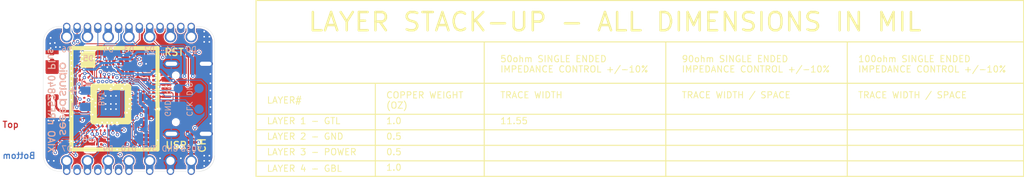
<source format=kicad_pcb>
(kicad_pcb (version 20240108) (generator "pcbnew") (generator_version "8.0")
  (layers (0 "F.Cu" signal) (1 "In1.Cu" signal) (2 "In2.Cu" signal) (31 "B.Cu" signal) (34 "B.Paste" user) (35 "F.Paste" user) (36 "B.SilkS" user "B.Silkscreen") (37 "F.SilkS" user "F.Silkscreen") (38 "B.Mask" user) (39 "F.Mask" user) (44 "Edge.Cuts" user))
  (net 0 "")
  (net 1 "GND_POWER")
  (net 2 "Net-(ANT1-S)")
  (net 3 "Net-(ANT1-Pad3)")
  (net 4 "/VBAT")
  (net 5 "/6D_PWR")
  (net 6 "Net-(U1-P0.00{slash}XL1@D2)")
  (net 7 "/3V3")
  (net 8 "/VIN")
  (net 9 "/RESET")
  (net 10 "Net-(U1-P0.01{slash}XL2@F2)")
  (net 11 "/P1.10_MIC_PWR")
  (net 12 "/VBUS")
  (net 13 "Net-(U1-DECUSB@AC5)")
  (net 14 "Net-(U1-DEC1@C1)")
  (net 15 "Net-(U1-DEC5@N24)")
  (net 16 "Net-(U1-XC2@A23)")
  (net 17 "Net-(U1-XC1@B24)")
  (net 18 "/DEC4-6")
  (net 19 "Net-(U1-DEC3@D23)")
  (net 20 "Net-(U1-ANT@H23)")
  (net 21 "Net-(U1-DEC2@A18)")
  (net 22 "Net-(CHG0-Pad+)")
  (net 23 "/P0.17_~{CHG}")
  (net 24 "/P1.14_MISO_D9")
  (net 25 "/P1.12_RX_D7")
  (net 26 "/P1.13_SCK_D8")
  (net 27 "/P1.15_MOSI_D10")
  (net 28 "/P0.28_AIN4_LOW_A2_D2")
  (net 29 "/P0.04_AIN2_A4_D4")
  (net 30 "/P0.02_AIN0_LOW_A0_D0")
  (net 31 "/P0.03_AIN1_LOW_A1_D1")
  (net 32 "/P1.11_TX_D6")
  (net 33 "/P0.29_AIN5_LOW_A3_D3")
  (net 34 "/P0.05_AIN3_A5_D5")
  (net 35 "Net-(U1-DCC@B3)")
  (net 36 "/P1.00_PDM_CLK")
  (net 37 "/P0.16_PDM_DATA")
  (net 38 "Net-(USB1-A5{slash}CC1)")
  (net 39 "Net-(USB1-B5{slash}CC2)")
  (net 40 "/P0.06_USER_BLUE")
  (net 41 "Net-(R3-Pad1)")
  (net 42 "Net-(R4-Pad1)")
  (net 43 "/P0.30_USER_GREEN")
  (net 44 "/P0.26_USER_RED")
  (net 45 "Net-(R7-Pad1)")
  (net 46 "Net-(U1-D-@AD4)")
  (net 47 "/USB_D-")
  (net 48 "Net-(U1-D+@AD6)")
  (net 49 "/USB_D+")
  (net 50 "Net-(U2-ISET)")
  (net 51 "/P0.13_HICHG")
  (net 52 "/INTERNAL_I2C_SCL")
  (net 53 "/INTERNAL_I2C_SDA")
  (net 54 "/P0.31_AIN7_BAT")
  (net 55 "/P0.14_~{READ_BAT}")
  (net 56 "/{slash}CE")
  (net 57 "/SWDCLK")
  (net 58 "/SWDIO")
  (net 60 "/P1.01_I2S_WS")
  (net 61 "/6D_INT1")
  (net 62 "/P0.21_QSPI_SCK")
  (net 64 "/P0.25_QSPI_CSN")
  (net 68 "/P0.19_I2S_SCK")
  (net 69 "/P1.05_MISO1")
  (net 70 "/P0.24_QSPI_SIO_1")
  (net 71 "/P0.20_QSPI_SIO_0")
  (net 72 "/PWR_LED")
  (net 73 "/P0.09{slash}NFC1{slash}RX1")
  (net 75 "/P0.10{slash}NFC2{slash}TX1")
  (net 76 "/P0.22_QSPI_SIO_2")
  (net 77 "/P0.23_QSPI_SIO_3")
  (net 81 "/P1.03_SCK1")
  (net 82 "/P1.07_MOSI1")
  (net 83 "/P0.15_I2S_SD")
  (footprint "Seeed Studio XIAO nRF52840 v1.1:R0201" (layer "F.Cu") (at 151.2316 104.7496)
    (property "Reference" "R2")
    (property "Value" "5.1k")
  )
  (footprint "Seeed Studio XIAO nRF52840 v1.1:R0201" (layer "F.Cu") (at 142.2146 102.1715)
    (property "Reference" "R13")
    (property "Value" "10k")
  )
  (footprint "Seeed Studio XIAO nRF52840 v1.1:X2-SMD-L1.6X1.0X0.5MM" (layer "F.Cu") (at 151.1173 110.0455 90)
    (property "Reference" "X1")
    (property "Value" "32.768KHz")
  )
  (footprint "Seeed Studio XIAO nRF52840 v1.1:USON2X3_8" (layer "F.Cu") (at 143.4846 100.1776 180)
    (property "Reference" "U7")
    (property "Value" "DNP")
  )
  (footprint "Seeed Studio XIAO nRF52840 v1.1:MIC6P-3.5X2.65X0.94MM" (layer "F.Cu") (at 139.5476 109.5756 180)
    (property "Reference" "MIC1")
    (property "Value" "MSM261D3526H1CPM")
  )
  (footprint "Seeed Studio XIAO nRF52840 v1.1:C0201" (layer "F.Cu") (at 142.2146 105.5751 180)
    (property "Reference" "C31")
    (property "Value" "820pF")
  )
  (footprint "Seeed Studio XIAO nRF52840 v1.1:C0201" (layer "F.Cu") (at 146.7866 99.7966 180)
    (property "Reference" "C30")
    (property "Value" "2.2uF")
  )
  (footprint "Seeed Studio XIAO nRF52840 v1.1:C0201" (layer "F.Cu") (at 151.2316 103.2256)
    (property "Reference" "C9")
    (property "Value" "2.2uF")
  )
  (footprint "Seeed Studio XIAO nRF52840 v1.1:4P1612" (layer "F.Cu") (at 142.7226 110.0836)
    (property "Reference" "X2")
    (property "Value" "32MHz")
  )
  (footprint "Seeed Studio XIAO nRF52840 v1.1:C0201" (layer "F.Cu") (at 142.2146 101.6)
    (property "Reference" "C29")
    (property "Value" "2.2uF")
  )
  (footprint "Seeed Studio XIAO nRF52840 v1.1:PMOS_1.0*0.6*0.35MM" (layer "F.Cu") (at 151.1046 105.8926 -90)
    (property "Reference" "Q1")
    (property "Value" "PMOS_1.00.60.35MM")
  )
  (footprint "Seeed Studio XIAO nRF52840 v1.1:4P1010" (layer "F.Cu") (at 156.1846 110.7186)
    (property "Reference" "RGB6")
    (property "Value" "RGB")
  )
  (footprint "Seeed Studio XIAO nRF52840 v1.1:C0201" (layer "F.Cu") (at 148.1836 101.4476 -90)
    (property "Reference" "C22")
    (property "Value" "2.2uF")
  )
  (footprint "Seeed Studio XIAO nRF52840 v1.1:C0201" (layer "F.Cu") (at 140.6906 106.7816 90)
    (property "Reference" "C37")
    (property "Value" "0.5pF")
  )
  (footprint "Seeed Studio XIAO nRF52840 v1.1:C0201" (layer "F.Cu") (at 150.0886 109.4867)
    (property "Reference" "C2")
    (property "Value" "10pF")
  )
  (footprint "Seeed Studio XIAO nRF52840 v1.1:R0201" (layer "F.Cu") (at 151.2316 102.2096)
    (property "Reference" "R14")
    (property "Value" "10k")
  )
  (footprint "Seeed Studio XIAO nRF52840 v1.1:C0402" (layer "F.Cu") (at 139.0904 99.875341 90)
    (property "Reference" "C10")
    (property "Value" "1nF")
  )
  (footprint "Seeed Studio XIAO nRF52840 v1.1:R0201" (layer "F.Cu") (at 151.2316 102.7176)
    (property "Reference" "R15")
    (property "Value" "10k")
  )
  (footprint "Seeed Studio XIAO nRF52840 v1.1:C0201" (layer "F.Cu") (at 142.2146 106.7816 90)
    (property "Reference" "C36")
    (property "Value" "0.8pF")
  )
  (footprint "Seeed Studio XIAO nRF52840 v1.1:C0201" (layer "F.Cu") (at 142.2146 102.6922 180)
    (property "Reference" "C5")
    (property "Value" "100nF")
  )
  (footprint "Seeed Studio XIAO nRF52840 v1.1:C0201" (layer "F.Cu") (at 142.2146 108.1786 180)
    (property "Reference" "C35")
    (property "Value" "100pF")
  )
  (footprint "Seeed Studio XIAO nRF52840 v1.1:L0603" (layer "F.Cu") (at 148.5392 110.4011 180)
    (property "Reference" "L3")
    (property "Value" "10uH")
  )
  (footprint "Seeed Studio XIAO nRF52840 v1.1:C0201" (layer "F.Cu") (at 150.3426 104.3686 90)
    (property "Reference" "C6")
    (property "Value" "2.2uF")
  )
  (footprint "Seeed Studio XIAO nRF52840 v1.1:C0201" (layer "F.Cu") (at 150.0886 110.0201 180)
    (property "Reference" "C7")
    (property "Value" "10pF")
  )
  (footprint "Seeed Studio XIAO nRF52840 v1.1:C0201" (layer "F.Cu") (at 147.0406 110.5916 180)
    (property "Reference" "C42")
    (property "Value" "2.2uF")
  )
  (footprint "Seeed Studio XIAO nRF52840 v1.1:C0201" (layer "F.Cu") (at 142.2146 107.5436 180)
    (property "Reference" "C34")
    (property "Value" "100nF")
  )
  (footprint "Seeed Studio XIAO nRF52840 v1.1:R0201" (layer "F.Cu") (at 145.5166 99.5426 90)
    (property "Reference" "R8")
    (property "Value" "DNP")
  )
  (footprint "Seeed Studio XIAO nRF52840 v1.1:ANT-SMD3P-3.2X1.6X1.04MM" (layer "F.Cu") (at 139.095479 103.205275 180)
    (property "Reference" "ANT1")
    (property "Value" "ANTENNA-AN3216")
  )
  (footprint "Seeed Studio XIAO nRF52840 v1.1:R0201" (layer "F.Cu") (at 145.9611 101.5111 180)
    (property "Reference" "R18")
    (property "Value" "2.7k")
  )
  (footprint "Seeed Studio XIAO nRF52840 v1.1:R0201" (layer "F.Cu") (at 151.2316 105.2576 180)
    (property "Reference" "R1")
    (property "Value" "5.1k")
  )
  (footprint "Seeed Studio XIAO nRF52840 v1.1:C0201" (layer "F.Cu") (at 138.7856 111.9886 90)
    (property "Reference" "C8")
    (property "Value" "100nF")
  )
  (footprint "Seeed Studio XIAO nRF52840 v1.1:C0201" (layer "F.Cu") (at 145.9611 110.2106 -90)
    (property "Reference" "C40")
    (property "Value" "DNP")
  )
  (footprint "Module:MOUDLE23P-XIAO-HALF-HOLE" (layer "F.Cu") (at 148.49788 105.01)
    (property "Reference" "U4")
    (property "Value" "XIAO-HALF-HOLE-23P")
    (fp_line (start -10.47496 -6.985) (end -10.47496 6.985) (stroke (width 0.0254)) (layer "Edge.Cuts"))
    (fp_line (start -8.56996 -8.89) (end 8.57504 -8.89) (stroke (width 0.0254)) (layer "Edge.Cuts"))
    (fp_line (start -8.56996 8.89) (end 8.57504 8.89) (stroke (width 0.0254)) (layer "Edge.Cuts"))
    (fp_line (start 10.48004 6.985) (end 10.48004 -6.985) (stroke (width 0.0254)) (layer "Edge.Cuts"))
    (fp_arc (start -10.47496 -6.985) (mid -9.916998 -8.332038) (end -8.56996 -8.89) (stroke (width 0.0254)) (layer "Edge.Cuts"))
    (fp_arc (start -8.56996 8.89) (mid -9.916998 8.332038) (end -10.47496 6.985) (stroke (width 0.0254)) (layer "Edge.Cuts"))
    (fp_arc (start 8.57504 -8.89) (mid 9.922078 -8.332038) (end 10.48004 -6.985) (stroke (width 0.0254)) (layer "Edge.Cuts"))
    (fp_arc (start 10.48004 6.985) (mid 9.922078 8.332038) (end 8.57504 8.89) (stroke (width 0.0254)) (layer "Edge.Cuts"))
    (fp_arc (start 10.48004 6.985) (mid 9.922078 8.332038) (end 8.57504 8.89) (stroke (width 0.0254)) (layer "Edge.Cuts"))
  )
  (footprint "Seeed Studio XIAO nRF52840 v1.1:C0201" (layer "F.Cu") (at 150.3426 108.6866 -90)
    (property "Reference" "C41")
    (property "Value" "2.2uF")
  )
  (footprint "Seeed Studio XIAO nRF52840 v1.1:R0201" (layer "F.Cu") (at 146.9136 101.5111)
    (property "Reference" "R12")
    (property "Value" "2.7k")
  )
  (footprint "Seeed Studio XIAO nRF52840 v1.1:R0201" (layer "F.Cu") (at 151.2316 103.7336 180)
    (property "Reference" "R11")
    (property "Value" "33R")
  )
  (footprint "Seeed Studio XIAO nRF52840 v1.1:C0201" (layer "F.Cu") (at 142.2146 108.8136 180)
    (property "Reference" "C33")
    (property "Value" "15pF")
  )
  (footprint "Seeed Studio XIAO nRF52840 v1.1:AQFN50P700X700X85_HS-74N" (layer "F.Cu") (at 146.2786 105.6386 180)
    (property "Reference" "U1")
    (property "Value" "NRF52840_QF")
  )
  (footprint "Seeed Studio XIAO nRF52840 v1.1:R0201" (layer "F.Cu") (at 142.204 103.6574)
    (property "Reference" "R17")
    (property "Value" "510k_1%")
  )
  (footprint "Seeed Studio XIAO nRF52840 v1.1:LED-0402" (layer "F.Cu") (at 158.3436 110.7186 90)
    (property "Reference" "CHG0")
    (property "Value" "RED")
  )
  (footprint "Seeed Studio XIAO nRF52840 v1.1:C0201" (layer "F.Cu") (at 146.7866 99.2886 180)
    (property "Reference" "C4")
    (property "Value" "2.2uF")
  )
  (footprint "Seeed Studio XIAO nRF52840 v1.1:C0201" (layer "F.Cu") (at 150.3426 102.4636 90)
    (property "Reference" "C1")
    (property "Value" "100nF")
  )
  (footprint "Seeed Studio XIAO nRF52840 v1.1:X2SON-4" (layer "F.Cu") (at 147.8026 99.7966 90)
    (property "Reference" "U6")
    (property "Value" "3.3V")
  )
  (footprint "Seeed Studio XIAO nRF52840 v1.1:LGA14-0.5-2.5X3X0.86MM" (layer "F.Cu") (at 150.0886 100.4316 180)
    (property "Reference" "U3")
    (property "Value" "LSM6DS3TR-C")
  )
  (footprint "Seeed Studio XIAO nRF52840 v1.1:C0201" (layer "F.Cu") (at 147.9296 100.6856 180)
    (property "Reference" "C3")
    (property "Value" "2.2uF")
  )
  (footprint "Seeed Studio XIAO nRF52840 v1.1:R0201" (layer "F.Cu") (at 144.8562 110.5916)
    (property "Reference" "R5")
    (property "Value" "2.2k")
  )
  (footprint "Seeed Studio XIAO nRF52840 v1.1:C0201" (layer "F.Cu") (at 147.6756 101.4476 90)
    (property "Reference" "C25")
    (property "Value" "2.2uF")
  )
  (footprint "Seeed Studio XIAO nRF52840 v1.1:L0201" (layer "F.Cu") (at 141.4526 106.5276 180)
    (property "Reference" "C38")
    (property "Value" "4.7nH")
  )
  (footprint "Seeed Studio XIAO nRF52840 v1.1:R0201" (layer "F.Cu") (at 142.2146 104.2 180)
    (property "Reference" "R16")
    (property "Value" "1M_1%")
  )
  (footprint "Seeed Studio XIAO nRF52840 v1.1:R0201" (layer "F.Cu") (at 147.0406 110.0836)
    (property "Reference" "R4")
    (property "Value" "10k")
  )
  (footprint "Seeed Studio XIAO nRF52840 v1.1:R0201" (layer "F.Cu") (at 146.0246 99.5426 90)
    (property "Reference" "R20")
    (property "Value" "10k")
  )
  (footprint "Seeed Studio XIAO nRF52840 v1.1:C0201" (layer "F.Cu") (at 143.9926 110.3376 -90)
    (property "Reference" "C32")
    (property "Value" "15pF")
  )
  (footprint "Seeed Studio XIAO nRF52840 v1.1:C0201" (layer "F.Cu") (at 150.3426 107.6706 90)
    (property "Reference" "C24")
    (property "Value" "100nF")
  )
  (footprint "Seeed Studio XIAO nRF52840 v1.1:SW4-SMD-2.8-2.6X1.6X0.53MM" (layer "F.Cu") (at 157.0736 99.2886)
    (property "Reference" "K1")
    (property "Value" "BUTTON-4P")
  )
  (footprint "Seeed Studio XIAO nRF52840 v1.1:C0201" (layer "F.Cu") (at 144.8562 109.9566)
    (property "Reference" "C39")
    (property "Value" "2.2uF")
  )
  (footprint "Seeed Studio XIAO nRF52840 v1.1:USB2.0-TYPE-C" (layer "F.Cu") (at 153.1366 105.0036 180)
    (property "Reference" "USB1")
    (property "Value" "USB2.0-TYPE-C")
  )
  (footprint "Seeed Studio XIAO nRF52840 v1.1:BQ25101_DSBGA_6_BQ25101" (layer "F.Cu") (at 146.1516 100.5586 -90)
    (property "Reference" "U2")
    (property "Value" "BQ25100")
  )
  (footprint "Seeed Studio XIAO nRF52840 v1.1:R0201" (layer "F.Cu") (at 150.2156 106.2863 90)
    (property "Reference" "R3")
    (property "Value" "2.2k")
  )
  (footprint "Seeed Studio XIAO nRF52840 v1.1:SOD-523" (layer "F.Cu") (at 151.2316 107.7341 -90)
    (property "Reference" "D1")
    (property "Value" "DIODE'0603'")
  )
  (footprint "Seeed Studio XIAO nRF52840 v1.1:R0201" (layer "F.Cu") (at 150.2156 105.3211 -90)
    (property "Reference" "R9")
    (property "Value" "100k")
  )
  (footprint "Seeed Studio XIAO nRF52840 v1.1:R0201" (layer "F.Cu") (at 151.2316 104.2416 180)
    (property "Reference" "R10")
    (property "Value" "33R")
  )
  (footprint "Seeed Studio XIAO nRF52840 v1.1:R0201" (layer "F.Cu") (at 150.0886 110.6551 180)
    (property "Reference" "R7")
    (property "Value" "2.2k")
  )
  (footprint "Seeed Studio XIAO nRF52840 v1.1:TP-D45MIL" (layer "B.Cu") (at 157.0736 103.7336 180)
    (property "Reference" "TP5")
    (property "Value" "TEST-POINT'4545'" (hide yes))
  )
  (footprint "Seeed Studio XIAO nRF52840 v1.1:TP-80X40MIL" (layer "B.Cu") (at 143.4649 106.00768)
    (property "Reference" "GND0" (hide yes))
    (property "Value" "GND" (hide yes))
  )
  (footprint "Seeed Studio XIAO nRF52840 v1.1:TP-D45MIL" (layer "B.Cu") (at 154.5336 106.2736 180)
    (property "Reference" "TP1")
    (property "Value" "TEST-POINT'4545'" (hide yes))
  )
  (footprint "Seeed Studio XIAO nRF52840 v1.1:TP-80X40MIL" (layer "B.Cu") (at 143.4649 104.00768 180)
    (property "Reference" "BAT0")
    (property "Value" "TEST-POINT'4080'" (hide yes))
  )
  (footprint "Logo:LOGO-SEEED-NEW-1X9.6MM" (layer "B.Cu") (at 140.4366 105.029 90)
    (property "Reference" "G***" (hide yes))
    (property "Value" "LOGO" (hide yes))
  )
  (footprint "Seeed Studio XIAO nRF52840 v1.1:TP-D45MIL" (layer "B.Cu") (at 154.5336 103.7336 180)
    (property "Reference" "TP2")
    (property "Value" "TEST-POINT'4545'" (hide yes))
  )
  (footprint "Seeed Studio XIAO nRF52840 v1.1:TP-D45MIL" (layer "B.Cu") (at 157.0736 106.2736 180)
    (property "Reference" "TP3")
    (property "Value" "TEST-POINT'4545'" (hide yes))
  )
  (gr_line (start 236.4486 98.0186) (end 236.4486 114.5286) (stroke (width 0.127)) (layer "F.SilkS"))
  (gr_line (start 151.9936 98.7806) (end 151.9936 111.2266) (stroke (width 0.508)) (layer "F.SilkS"))
  (gr_line (start 164.0586 98.0186) (end 164.0586 92.9386) (stroke (width 0.127)) (layer "F.SilkS"))
  (gr_line (start 258.0386 110.7186) (end 258.0386 112.6236) (stroke (width 0.127)) (layer "F.SilkS"))
  (gr_line (start 178.6636 114.5286) (end 164.0586 114.5286) (stroke (width 0.127)) (layer "F.SilkS"))
  (gr_line (start 214.2236 98.0186) (end 236.4486 98.0186) (stroke (width 0.127)) (layer "F.SilkS"))
  (gr_line (start 178.6636 103.0986) (end 178.6636 114.5286) (stroke (width 0.127)) (layer "F.SilkS"))
  (gr_line (start 258.0386 114.5286) (end 236.4486 114.5286) (stroke (width 0.127)) (layer "F.SilkS"))
  (gr_line (start 258.0386 108.8136) (end 258.0386 110.7186) (stroke (width 0.127)) (layer "F.SilkS"))
  (gr_line (start 164.0586 103.0986) (end 178.6636 103.0986) (stroke (width 0.127)) (layer "F.SilkS"))
  (gr_line (start 164.0586 106.9086) (end 258.0386 106.9086) (stroke (width 0.127)) (layer "F.SilkS"))
  (gr_line (start 178.6636 103.0986) (end 258.0386 103.0986) (stroke (width 0.127)) (layer "F.SilkS"))
  (gr_line (start 236.4486 98.0186) (end 258.0386 98.0186) (stroke (width 0.127)) (layer "F.SilkS"))
  (gr_line (start 164.0586 106.9086) (end 164.0586 103.0986) (stroke (width 0.127)) (layer "F.SilkS"))
  (gr_line (start 164.0586 103.0986) (end 164.0586 98.0186) (stroke (width 0.127)) (layer "F.SilkS"))
  (gr_line (start 258.0386 106.9086) (end 258.0386 108.8136) (stroke (width 0.127)) (layer "F.SilkS"))
  (gr_line (start 164.0586 108.8136) (end 258.0386 108.8136) (stroke (width 0.127)) (layer "F.SilkS"))
  (gr_line (start 164.0586 92.9386) (end 258.0386 92.9386) (stroke (width 0.127)) (layer "F.SilkS"))
  (gr_line (start 164.0586 108.8136) (end 164.0586 106.9086) (stroke (width 0.127)) (layer "F.SilkS"))
  (gr_line (start 214.2236 114.5286) (end 214.2236 98.0186) (stroke (width 0.127)) (layer "F.SilkS"))
  (gr_line (start 258.0386 92.9386) (end 258.0386 98.0186) (stroke (width 0.127)) (layer "F.SilkS"))
  (gr_line (start 164.0586 112.6236) (end 164.0586 110.7186) (stroke (width 0.127)) (layer "F.SilkS"))
  (gr_line (start 141.4526 111.2266) (end 141.4526 98.7806) (stroke (width 0.508)) (layer "F.SilkS"))
  (gr_line (start 141.4526 98.7806) (end 151.9936 98.7806) (stroke (width 0.508)) (layer "F.SilkS"))
  (gr_line (start 214.2236 114.5286) (end 191.9986 114.5286) (stroke (width 0.127)) (layer "F.SilkS"))
  (gr_line (start 191.9986 98.0186) (end 191.9986 114.5286) (stroke (width 0.127)) (layer "F.SilkS"))
  (gr_line (start 258.0386 112.6236) (end 258.0386 114.5286) (stroke (width 0.127)) (layer "F.SilkS"))
  (gr_line (start 164.0586 114.5286) (end 164.0586 112.6236) (stroke (width 0.127)) (layer "F.SilkS"))
  (gr_line (start 164.0586 110.7186) (end 258.0386 110.7186) (stroke (width 0.127)) (layer "F.SilkS"))
  (gr_line (start 164.0586 112.6236) (end 258.0386 112.6236) (stroke (width 0.127)) (layer "F.SilkS"))
  (gr_line (start 258.0386 98.0186) (end 258.0386 103.0986) (stroke (width 0.127)) (layer "F.SilkS"))
  (gr_line (start 164.0586 110.7186) (end 164.0586 108.8136) (stroke (width 0.127)) (layer "F.SilkS"))
  (gr_line (start 164.0586 98.0186) (end 191.9986 98.0186) (stroke (width 0.127)) (layer "F.SilkS"))
  (gr_line (start 258.0386 103.0986) (end 258.0386 106.9086) (stroke (width 0.127)) (layer "F.SilkS"))
  (gr_line (start 191.9986 98.0186) (end 214.2236 98.0186) (stroke (width 0.127)) (layer "F.SilkS"))
  (gr_line (start 191.9986 114.5286) (end 178.6636 114.5286) (stroke (width 0.127)) (layer "F.SilkS"))
  (gr_line (start 151.9936 111.2266) (end 141.4526 111.2266) (stroke (width 0.508)) (layer "F.SilkS"))
  (gr_line (start 236.4486 114.5286) (end 214.2236 114.5286) (stroke (width 0.127)) (layer "F.SilkS"))
  (gr_arc (start 144.1196 98.5266) (mid 144.299205 98.600995) (end 144.3736 98.7806) (stroke (width 0.00254)) (layer "Edge.Cuts"))
  (gr_arc (start 158.9786 111.9886) (mid 158.420638 113.335638) (end 157.0736 113.8936) (stroke (width 0.00254)) (layer "Edge.Cuts"))
  (gr_line (start 144.1196 111.4806) (end 143.3576 111.4806) (stroke (width 0.00254)) (layer "Edge.Cuts"))
  (gr_line (start 138.0236 98.0186) (end 138.0236 111.9886) (stroke (width 0.00254)) (layer "Edge.Cuts"))
  (gr_arc (start 144.3736 111.2266) (mid 144.299205 111.406205) (end 144.1196 111.4806) (stroke (width 0.00254)) (layer "Edge.Cuts"))
  (gr_arc (start 144.3736 98.7806) (mid 144.299205 98.960205) (end 144.1196 99.0346) (stroke (width 0.00254)) (layer "Edge.Cuts"))
  (gr_line (start 139.9286 96.1136) (end 157.0736 96.1136) (stroke (width 0.00254)) (layer "Edge.Cuts"))
  (gr_arc (start 139.9286 113.8936) (mid 138.581562 113.335638) (end 138.0236 111.9886) (stroke (width 0.00254)) (layer "Edge.Cuts"))
  (gr_arc (start 143.3576 99.0346) (mid 143.177995 98.960205) (end 143.1036 98.7806) (stroke (width 0.00254)) (layer "Edge.Cuts"))
  (gr_arc (start 143.3576 111.4806) (mid 143.177995 111.406205) (end 143.1036 111.2266) (stroke (width 0.00254)) (layer "Edge.Cuts"))
  (gr_line (start 158.9786 111.9886) (end 158.9786 98.0186) (stroke (width 0.00254)) (layer "Edge.Cuts"))
  (gr_arc (start 143.1036 111.2266) (mid 143.177995 111.046995) (end 143.3576 110.9726) (stroke (width 0.00254)) (layer "Edge.Cuts"))
  (gr_line (start 143.3576 98.5266) (end 144.1196 98.5266) (stroke (width 0.00254)) (layer "Edge.Cuts"))
  (gr_line (start 143.3576 110.9726) (end 144.1196 110.9726) (stroke (width 0.00254)) (layer "Edge.Cuts"))
  (gr_arc (start 138.0236 98.0186) (mid 138.581562 96.671562) (end 139.9286 96.1136) (stroke (width 0.00254)) (layer "Edge.Cuts"))
  (gr_line (start 144.1196 99.0346) (end 143.3576 99.0346) (stroke (width 0.00254)) (layer "Edge.Cuts"))
  (gr_arc (start 143.1036 98.7806) (mid 143.177995 98.600995) (end 143.3576 98.5266) (stroke (width 0.00254)) (layer "Edge.Cuts"))
  (gr_arc (start 144.1196 110.9726) (mid 144.299205 111.046995) (end 144.3736 111.2266) (stroke (width 0.00254)) (layer "Edge.Cuts"))
  (gr_arc (start 157.0736 96.1136) (mid 158.420638 96.671562) (end 158.9786 98.0186) (stroke (width 0.00254)) (layer "Edge.Cuts"))
  (gr_line (start 139.9286 113.8936) (end 157.0736 113.8936) (stroke (width 0.00254)) (layer "Edge.Cuts"))
  (gr_text "Top" (at 132.9436 108.1786 0) (layer "F.Cu") (effects (font (size 0.75565 0.75565) (thickness 0.13335)) (justify left)))
  (gr_text "Bottom" (at 132.9436 111.9886 0) (layer "B.Cu") (effects (font (size 0.75565 0.75565) (thickness 0.13335)) (justify right mirror)))
  (gr_text "D3" (at 149.225 99.3394 0) (layer "B.SilkS") (effects (font (size 0.67056 0.67056) (thickness 0.09144)) (justify left bottom mirror)))
  (gr_text "D0" (at 156.845 99.3394 0) (layer "B.SilkS") (effects (font (size 0.67056 0.67056) (thickness 0.09144)) (justify left bottom mirror)))
  (gr_text "D6" (at 141.605 99.3394 0) (layer "B.SilkS") (effects (font (size 0.67056 0.67056) (thickness 0.09144)) (justify left bottom mirror)))
  (gr_text "-" (at 141.6558 105.9688 -90) (layer "B.SilkS") (effects (font (size 1.0795 1.0795) (thickness 0.1905)) (justify mirror)))
  (gr_text "D10" (at 149.5044 111.5314 0) (layer "B.SilkS") (effects (font (size 0.67056 0.67056) (thickness 0.09144)) (justify left bottom mirror)))
  (gr_text "D2" (at 151.7396 99.3394 0) (layer "B.SilkS") (effects (font (size 0.67056 0.67056) (thickness 0.09144)) (justify left bottom mirror)))
  (gr_text "D4" (at 146.685 99.3394 0) (layer "B.SilkS") (effects (font (size 0.67056 0.67056) (thickness 0.09144)) (justify left bottom mirror)))
  (gr_text "CLK" (at 155.4988 107.2388 270) (layer "B.SilkS") (effects (font (size 0.67056 0.67056) (thickness 0.09144)) (justify left bottom mirror)))
  (gr_text "VUSB" (at 157.4546 111.5314 0) (layer "B.SilkS") (effects (font (size 0.67056 0.67056) (thickness 0.09144)) (justify left bottom mirror)))
  (gr_text "D9" (at 146.6596 111.5314 0) (layer "B.SilkS") (effects (font (size 0.67056 0.67056) (thickness 0.09144)) (justify left bottom mirror)))
  (gr_text "BAT" (at 144.7038 105.9688 -90) (layer "B.SilkS") (effects (font (size 0.67056 0.67056) (thickness 0.09144)) (justify left bottom mirror)))
  (gr_text "XIAO nRF52840 Plus" (at 138.9888 111.7092 270) (layer "B.SilkS") (effects (font (size 0.82042 0.82042) (thickness 0.14478)) (justify left mirror)))
  (gr_text "D1" (at 154.2796 99.3394 0) (layer "B.SilkS") (effects (font (size 0.67056 0.67056) (thickness 0.09144)) (justify left bottom mirror)))
  (gr_text "GND" (at 152.8318 107.2642 270) (layer "B.SilkS") (effects (font (size 0.67056 0.67056) (thickness 0.09144)) (justify left bottom mirror)))
  (gr_text "D8" (at 144.145 110.4392 0) (layer "B.SilkS") (effects (font (size 0.67056 0.67056) (thickness 0.09144)) (justify left bottom mirror)))
  (gr_text "RST" (at 152.8064 104.5972 270) (layer "B.SilkS") (effects (font (size 0.67056 0.67056) (thickness 0.09144)) (justify left bottom mirror)))
  (gr_text "D5" (at 144.2466 100.4316 0) (layer "B.SilkS") (effects (font (size 0.67056 0.67056) (thickness 0.09144)) (justify left bottom mirror)))
  (gr_text "GND" (at 154.6098 111.5314 0) (layer "B.SilkS") (effects (font (size 0.67056 0.67056) (thickness 0.09144)) (justify left bottom mirror)))
  (gr_text "+" (at 141.6812 104.013 -90) (layer "B.SilkS") (effects (font (size 1.0795 1.0795) (thickness 0.1905)) (justify mirror)))
  (gr_text "D7" (at 141.605 111.5314 0) (layer "B.SilkS") (effects (font (size 0.67056 0.67056) (thickness 0.09144)) (justify left bottom mirror)))
  (gr_text "DIO" (at 155.4988 104.6988 270) (layer "B.SilkS") (effects (font (size 0.67056 0.67056) (thickness 0.09144)) (justify left bottom mirror)))
  (gr_text "3V3" (at 152.019 111.518213 0) (layer "B.SilkS") (effects (font (size 0.67056 0.67056) (thickness 0.09144)) (justify left bottom mirror)))
  (gr_text "LAYER#" (at 165.3286 105.6386 0) (layer "F.SilkS") (effects (font (size 0.78232 0.78232) (thickness 0.10668)) (justify left bottom)))
  (gr_text "100ohm SINGLE ENDED \nIMPEDANCE CONTROL +/-10%" (at 237.7186 101.8286 0) (layer "F.SilkS") (effects (font (size 0.78232 0.78232) (thickness 0.10668)) (justify left bottom)))
  (gr_text "TRACE WIDTH" (at 193.9036 105.0036 0) (layer "F.SilkS") (effects (font (size 0.78232 0.78232) (thickness 0.10668)) (justify left bottom)))
  (gr_text "1.0" (at 179.9336 113.8936 0) (layer "F.SilkS") (effects (font (size 0.78232 0.78232) (thickness 0.10668)) (justify left bottom)))
  (gr_text "LAYER 2 - GND" (at 165.3286 110.0836 0) (layer "F.SilkS") (effects (font (size 0.78232 0.78232) (thickness 0.10668)) (justify left bottom)))
  (gr_text "LAYER STACK-UP - ALL DIMENSIONS IN MIL" (at 170.2816 96.8756 0) (layer "F.SilkS") (effects (font (size 2.2352 2.2352) (thickness 0.3048)) (justify left bottom)))
  (gr_text "LAYER 3 - POWER" (at 165.3286 111.9886 0) (layer "F.SilkS") (effects (font (size 0.78232 0.78232) (thickness 0.10668)) (justify left bottom)))
  (gr_text "CH" (at 157.4546 110.7186 90) (layer "F.SilkS") (effects (font (size 0.8636 0.8636) (thickness 0.1524))))
  (gr_text "RST" (at 154.0256 99.2886 0) (layer "F.SilkS") (effects (font (size 0.8636 0.8636) (thickness 0.1524))))
  (gr_text "TRACE WIDTH / SPACE" (at 216.1286 105.0036 0) (layer "F.SilkS") (effects (font (size 0.78232 0.78232) (thickness 0.10668)) (justify left bottom)))
  (gr_text "LAYER 4 - GBL" (at 165.3286 114.0206 0) (layer "F.SilkS") (effects (font (size 0.78232 0.78232) (thickness 0.10668)) (justify left bottom)))
  (gr_text "0.5" (at 179.9336 110.0836 0) (layer "F.SilkS") (effects (font (size 0.78232 0.78232) (thickness 0.10668)) (justify left bottom)))
  (gr_text "COPPER WEIGHT\n(OZ)" (at 179.9336 106.2736 0) (layer "F.SilkS") (effects (font (size 0.78232 0.78232) (thickness 0.10668)) (justify left bottom)))
  (gr_text "USR" (at 154.2796 110.7186 0) (layer "F.SilkS") (effects (font (size 0.8636 0.8636) (thickness 0.1524))))
  (gr_text "TRACE WIDTH / SPACE" (at 237.7186 105.0036 0) (layer "F.SilkS") (effects (font (size 0.78232 0.78232) (thickness 0.10668)) (justify left bottom)))
  (gr_text "50ohm SINGLE ENDED \nIMPEDANCE CONTROL +/-10%" (at 193.9036 101.8286 0) (layer "F.SilkS") (effects (font (size 0.78232 0.78232) (thickness 0.10668)) (justify left bottom)))
  (gr_text "1.0" (at 179.9336 108.1786 0) (layer "F.SilkS") (effects (font (size 0.78232 0.78232) (thickness 0.10668)) (justify left bottom)))
  (gr_text "LAYER 1 - GTL" (at 165.3286 108.1786 0) (layer "F.SilkS") (effects (font (size 0.78232 0.78232) (thickness 0.10668)) (justify left bottom)))
  (gr_text "11.55" (at 193.9036 108.1786 0) (layer "F.SilkS") (effects (font (size 0.78232 0.78232) (thickness 0.10668)) (justify left bottom)))
  (gr_text "0.5" (at 179.9336 111.9886 0) (layer "F.SilkS") (effects (font (size 0.78232 0.78232) (thickness 0.10668)) (justify left bottom)))
  (gr_text "90ohm SINGLE ENDED \nIMPEDANCE CONTROL +/-10%" (at 216.1286 101.8286 0) (layer "F.SilkS") (effects (font (size 0.78232 0.78232) (thickness 0.10668)) (justify left bottom)))
  (segment (start 151.9936 100.6856) (end 151.9896 100.6816) (width 0.1016) (layer "F.Cu") (net 1))
  (segment (start 151.9936 100.3046) (end 151.9936 100.6776) (width 0.1016) (layer "F.Cu") (net 1))
  (segment (start 150.9014 100.1776) (end 151.2846 100.1776) (width 0.1016) (layer "F.Cu") (net 1))
  (segment (start 151.2886 100.6816) (end 150.626 100.6816) (width 0.1016) (layer "F.Cu") (net 1))
  (segment (start 143.79 107.4) (end 144.5172 107.4) (width 0.2032) (layer "F.Cu") (net 1))
  (segment (start 138.625479 104.805275) (end 138.625479 108.399478) (width 0.6096) (layer "F.Cu") (net 1))
  (segment (start 151.2846 100.1776) (end 151.2886 100.1816) (width 0.1016) (layer "F.Cu") (net 1))
  (segment (start 147.7786 107.1386) (end 146.2786 105.6386) (width 0.254) (layer "F.Cu") (net 1))
  (segment (start 150.5966 100.4824) (end 150.9014 100.1776) (width 0.1016) (layer "F.Cu") (net 1))
  (segment (start 151.2886 100.6816) (end 151.9896 100.6816) (width 0.1016) (layer "F.Cu") (net 1))
  (segment (start 152.0116 100.7036) (end 153.6866 100.7036) (width 0.1016) (layer "F.Cu") (net 1))
  (segment (start 151.1006 101.1816) (end 150.6133 100.6943) (width 0.1016) (layer "F.Cu") (net 1))
  (segment (start 149.8346 109.4867) (end 149.8473 109.4867) (width 0.1016) (layer "F.Cu") (net 1))
  (segment (start 151.9936 100.6856) (end 152.0116 100.7036) (width 0.1016) (layer "F.Cu") (net 1))
  (segment (start 150.6133 100.6943) (end 150.5966 100.711) (width 0.1016) (layer "F.Cu") (net 1))
  (segment (start 151.2886 101.1816) (end 151.8786 101.1816) (width 0.1016) (layer "F.Cu") (net 1))
  (segment (start 147.7786 108.3886) (end 147.7786 107.1386) (width 0.254) (layer "F.Cu") (net 1))
  (segment (start 150.3426 109.982) (end 149.8473 109.4867) (width 0.1016) (layer "F.Cu") (net 1))
  (segment (start 149.4409 109.4867) (end 149.352 109.3978) (width 0.254) (layer "F.Cu") (net 1))
  (segment (start 151.9936 101.0666) (end 151.9936 100.6856) (width 0.1016) (layer "F.Cu") (net 1))
  (segment (start 150.626 100.6816) (end 150.6133 100.6943) (width 0.1016) (layer "F.Cu") (net 1))
  (segment (start 151.8706 100.1816) (end 151.9936 100.3046) (width 0.1016) (layer "F.Cu") (net 1))
  (segment (start 141.4526 107.1626) (end 141.3256 107.0356) (width 0.254) (layer "F.Cu") (net 1))
  (segment (start 144.5172 107.4) (end 146.2786 105.6386) (width 0.2032) (layer "F.Cu") (net 1))
  (segment (start 143.5286 107.1386) (end 143.79 107.4) (width 0.2032) (layer "F.Cu") (net 1))
  (segment (start 151.2886 100.1816) (end 151.8706 100.1816) (width 0.1016) (layer "F.Cu") (net 1))
  (segment (start 138.625479 108.399478) (end 138.6586 108.4326) (width 0.6096) (layer "F.Cu") (net 1))
  (segment (start 141.3256 107.0356) (end 140.6906 107.0356) (width 0.254) (layer "F.Cu") (net 1))
  (segment (start 143.4256 107.0356) (end 142.2146 107.0356) (width 0.2032) (layer "F.Cu") (net 1))
  (segment (start 143.5286 107.1386) (end 143.4256 107.0356) (width 0.2032) (layer "F.Cu") (net 1))
  (segment (start 151.2886 101.1816) (end 151.1006 101.1816) (width 0.1016) (layer "F.Cu") (net 1))
  (segment (start 150.3426 110.0201) (end 150.3426 109.982) (width 0.1016) (layer "F.Cu") (net 1))
  (segment (start 149.8346 109.4867) (end 149.4409 109.4867) (width 0.254) (layer "F.Cu") (net 1))
  (segment (start 151.8786 101.1816) (end 151.9936 101.0666) (width 0.1016) (layer "F.Cu") (net 1))
  (segment (start 150.5966 100.711) (end 150.5966 100.4824) (width 0.1016) (layer "F.Cu") (net 1))
  (segment (start 151.9936 100.6776) (end 151.9896 100.6816) (width 0.1016) (layer "F.Cu") (net 1))
  (segment (start 147.6756 101.7016) (end 148.1836 101.1936) (width 0.1016) (layer "F.Cu") (net 1))
  (via (at 146.9136 106.2736) (size 0.4064) (drill 0.2032) (layers "F.Cu" "B.Cu") (net 1))
  (via (at 145.6436 105.6386) (size 0.4064) (drill 0.2032) (layers "F.Cu" "B.Cu") (net 1))
  (via (at 139.5476 98.6536) (size 0.4064) (drill 0.2032) (layers "F.Cu" "B.Cu") (net 1))
  (via (at 146.2786 105.6386) (size 0.4064) (drill 0.2032) (layers "F.Cu" "B.Cu") (net 1))
  (via (at 141.4526 99.0346) (size 0.4064) (drill 0.2032) (layers "F.Cu" "B.Cu") (net 1))
  (via (at 141.4526 107.1626) (size 0.4064) (drill 0.2032) (layers "F.Cu" "B.Cu") (net 1))
  (via (at 158.4706 106.9086) (size 0.4064) (drill 0.2032) (layers "F.Cu" "B.Cu") (net 1))
  (via (at 140.0556 98.6536) (size 0.4064) (drill 0.2032) (layers "F.Cu" "B.Cu") (net 1))
  (via (at 138.6205 107.6706) (size 0.4064) (drill 0.2032) (layers "F.Cu" "B.Cu") (net 1))
  (via (at 141.4526 103.6066) (size 0.4064) (drill 0.2032) (layers "F.Cu" "B.Cu") (net 1))
  (via (at 144.399 105.5116) (size 0.4064) (drill 0.2032) (layers "F.Cu" "B.Cu") (net 1))
  (via (at 139.2809 107.6706) (size 0.4064) (drill 0.2032) (layers "F.Cu" "B.Cu") (net 1))
  (via (at 138.9126 98.7806) (size 0.4064) (drill 0.2032) (layers "F.Cu" "B.Cu") (net 1))
  (via (at 146.2786 104.648) (size 0.4064) (drill 0.2032) (layers "F.Cu" "B.Cu") (net 1))
  (via (at 158.4706 106.0196) (size 0.4064) (drill 0.2032) (layers "F.Cu" "B.Cu") (net 1))
  (via (at 139.9159 107.6706) (size 0.4064) (drill 0.2032) (layers "F.Cu" "B.Cu") (net 1))
  (via (at 158.3436 97.3836) (size 0.4064) (drill 0.2032) (layers "F.Cu" "B.Cu") (net 1))
  (via (at 158.3436 111.9886) (size 0.4064) (drill 0.2032) (layers "F.Cu" "B.Cu") (net 1))
  (via (at 145.8976 98.7806) (size 0.4064) (drill 0.2032) (layers "F.Cu" "B.Cu") (net 1))
  (via (at 139.4206 98.1456) (size 0.4064) (drill 0.2032) (layers "F.Cu" "B.Cu") (net 1))
  (via (at 141.4526 99.6696) (size 0.4064) (drill 0.2032) (layers "F.Cu" "B.Cu") (net 1))
  (via (at 145.6436 104.648) (size 0.4064) (drill 0.2032) (layers "F.Cu" "B.Cu") (net 1))
  (via (at 145.6436 106.2736) (size 0.4064) (drill 0.2032) (layers "F.Cu" "B.Cu") (net 1))
  (via (at 141.4526 101.5746) (size 0.4064) (drill 0.2032) (layers "F.Cu" "B.Cu") (net 1))
  (via (at 150.6601 105.0036) (size 0.4064) (drill 0.2032) (layers "F.Cu" "B.Cu") (net 1))
  (via (at 158.4706 105.0036) (size 0.4064) (drill 0.2032) (layers "F.Cu" "B.Cu") (net 1))
  (via (at 141.4526 110.9726) (size 0.4064) (drill 0.2032) (layers "F.Cu" "B.Cu") (net 1))
  (via (at 146.2786 106.2736) (size 0.4064) (drill 0.2032) (layers "F.Cu" "B.Cu") (net 1))
  (via (at 138.8491 98.2091) (size 0.4064) (drill 0.2032) (layers "F.Cu" "B.Cu") (net 1))
  (via (at 139.2936 112.6236) (size 0.4064) (drill 0.2032) (layers "F.Cu" "B.Cu") (net 1))
  (via (at 157.7086 96.7486) (size 0.4064) (drill 0.2032) (layers "F.Cu" "B.Cu") (net 1))
  (via (at 138.9126 97.5106) (size 0.4064) (drill 0.2032) (layers "F.Cu" "B.Cu") (net 1))
  (via (at 141.4526 100.9396) (size 0.4064) (drill 0.2032) (layers "F.Cu" "B.Cu") (net 1))
  (via (at 141.4526 100.3046) (size 0.4064) (drill 0.2032) (layers "F.Cu" "B.Cu") (net 1))
  (via (at 158.4706 101.9556) (size 0.4064) (drill 0.2032) (layers "F.Cu" "B.Cu") (net 1))
  (via (at 158.3436 98.0186) (size 0.4064) (drill 0.2032) (layers "F.Cu" "B.Cu") (net 1))
  (via (at 141.1986 107.6706) (size 0.4064) (drill 0.2032) (layers "F.Cu" "B.Cu") (net 1))
  (via (at 157.7086 113.2586) (size 0.4064) (drill 0.2032) (layers "F.Cu" "B.Cu") (net 1))
  (via (at 158.4706 108.0516) (size 0.4064) (drill 0.2032) (layers "F.Cu" "B.Cu") (net 1))
  (via (at 158.4706 103.9876) (size 0.4064) (drill 0.2032) (layers "F.Cu" "B.Cu") (net 1))
  (via (at 154.8511 112.3061) (size 0.4064) (drill 0.2032) (layers "F.Cu" "B.Cu") (net 1))
  (via (at 158.3436 112.6236) (size 0.4064) (drill 0.2032) (layers "F.Cu" "B.Cu") (net 1))
  (via (at 147.8026 99.695) (size 0.4064) (drill 0.2032) (layers "F.Cu" "B.Cu") (net 1))
  (via (at 157.7086 97.3836) (size 0.4064) (drill 0.2032) (layers "F.Cu" "B.Cu") (net 1))
  (via (at 141.4526 104.3686) (size 0.4064) (drill 0.2032) (layers "F.Cu" "B.Cu") (net 1))
  (via (at 145.8468 101.1301) (size 0.4064) (drill 0.2032) (layers "F.Cu" "B.Cu") (net 1))
  (via (at 147.0406 111.2266) (size 0.4064) (drill 0.2032) (layers "F.Cu" "B.Cu") (net 1))
  (via (at 141.4526 102.8446) (size 0.4064) (drill 0.2032) (layers "F.Cu" "B.Cu") (net 1))
  (via (at 150.5331 102.9716) (size 0.4064) (drill 0.2032) (layers "F.Cu" "B.Cu") (net 1))
  (via (at 152.3111 112.3061) (size 0.4064) (drill 0.2032) (layers "F.Cu" "B.Cu") (net 1))
  (via (at 149.9997 108.1913) (size 0.4064) (drill 0.2032) (layers "F.Cu" "B.Cu") (net 1))
  (via (at 140.5509 107.6706) (size 0.4064) (drill 0.2032) (layers "F.Cu" "B.Cu") (net 1))
  (via (at 157.7086 98.0186) (size 0.4064) (drill 0.2032) (layers "F.Cu" "B.Cu") (net 1))
  (via (at 141.4526 105.1306) (size 0.4064) (drill 0.2032) (layers "F.Cu" "B.Cu") (net 1))
  (via (at 144.3736 105.9688) (size 0.4064) (drill 0.2032) (layers "F.Cu" "B.Cu") (net 1))
  (via (at 151.9936 110.0836) (size 0.4064) (drill 0.2032) (layers "F.Cu" "B.Cu") (net 1))
  (via (at 146.9136 104.648) (size 0.4064) (drill 0.2032) (layers "F.Cu" "B.Cu") (net 1))
  (via (at 158.4706 103.0986) (size 0.4064) (drill 0.2032) (layers "F.Cu" "B.Cu") (net 1))
  (via (at 141.4526 102.2096) (size 0.4064) (drill 0.2032) (layers "F.Cu" "B.Cu") (net 1))
  (via (at 157.7086 111.9886) (size 0.4064) (drill 0.2032) (layers "F.Cu" "B.Cu") (net 1))
  (via (at 146.5326 98.7806) (size 0.4064) (drill 0.2032) (layers "F.Cu" "B.Cu") (net 1))
  (via (at 149.352 109.3978) (size 0.4064) (drill 0.2032) (layers "F.Cu" "B.Cu") (net 1))
  (via (at 138.6586 112.6236) (size 0.4064) (drill 0.2032) (layers "F.Cu" "B.Cu") (net 1))
  (via (at 146.9136 105.6386) (size 0.4064) (drill 0.2032) (layers "F.Cu" "B.Cu") (net 1))
  (via (at 150.5966 100.711) (size 0.4064) (drill 0.2032) (layers "F.Cu" "B.Cu") (net 1))
  (via (at 157.7086 112.6236) (size 0.4064) (drill 0.2032) (layers "F.Cu" "B.Cu") (net 1))
  (segment (start 152.1386 100.7036) (end 151.9936 100.5586) (width 0.1016) (layer "B.Cu") (net 1))
  (segment (start 151.9936 100.5586) (end 150.7236 100.5586) (width 0.6096) (layer "B.Cu") (net 1))
  (segment (start 142.607105 105.71) (end 142.85 105.71) (width 0.1016) (layer "B.Cu") (net 1))
  (segment (start 142.85 105.71) (end 143.0286 105.8886) (width 0.1016) (layer "B.Cu") (net 1))
  (segment (start 153.6866 100.7036) (end 152.1386 100.7036) (width 0.1016) (layer "B.Cu") (net 1))
  (segment (start 140.5 106.5276) (end 141.1986 106.5276) (width 0.293368) (layer "F.Cu") (net 2))
  (segment (start 140.327479 106.5276) (end 140.5 106.5276) (width 0.293368) (layer "F.Cu") (net 2))
  (segment (start 140.5 106.5276) (end 140.6906 106.5276) (width 0.293368) (layer "F.Cu") (net 2))
  (segment (start 139.565479 105.7656) (end 139.565479 104.805275) (width 0.293368) (layer "F.Cu") (net 2))
  (arc (start 140.327479 106.5276) (mid 139.788664 106.304415) (end 139.565479 105.7656) (width 0.293368) (layer "F.Cu") (net 2))
  (segment (start 151.4296 105.8926) (end 151.638 105.8926) (width 0.254) (layer "F.Cu") (net 4))
  (segment (start 146.7326 100.3586) (end 146.9771 100.1141) (width 0.2032) (layer "F.Cu") (net 4))
  (segment (start 147.0406 100.0506) (end 146.9771 100.1141) (width 0.2032) (layer "F.Cu") (net 4))
  (segment (start 146.5516 100.3586) (end 146.7326 100.3586) (width 0.2032) (layer "F.Cu") (net 4))
  (segment (start 151.9936 106.2482) (end 151.638 105.8926) (width 0.4064) (layer "F.Cu") (net 4))
  (segment (start 147.0406 99.7966) (end 147.0406 100.0506) (width 0.2032) (layer "F.Cu") (net 4))
  (via (at 155.2956 102.2096) (size 0.4064) (drill 0.2032) (layers "F.Cu" "B.Cu") (net 4))
  (via (at 151.9936 106.2482) (size 0.4064) (drill 0.2032) (layers "F.Cu" "B.Cu") (net 4))
  (via (at 142.55 104.2) (size 0.4064) (drill 0.2032) (layers "F.Cu" "B.Cu") (net 4))
  (via (at 146.9771 100.1141) (size 0.4064) (drill 0.2032) (layers "F.Cu" "B.Cu") (net 4))
  (segment (start 143.190023 103.732803) (end 143.4649 104.00768) (width 0.3048) (layer "B.Cu") (net 4))
  (segment (start 146.9771 100.1141) (end 147.0152 100.1522) (width 0.3048) (layer "B.Cu") (net 4))
  (segment (start 154.805775 99.2632) (end 155.2956 99.753025) (width 0.3048) (layer "B.Cu") (net 4))
  (segment (start 147.0152 100.1522) (end 148.59 100.1522) (width 0.3048) (layer "B.Cu") (net 4))
  (segment (start 155.2956 99.753025) (end 155.2956 102.2096) (width 0.3048) (layer "B.Cu") (net 4))
  (segment (start 149.479 99.2632) (end 154.805775 99.2632) (width 0.3048) (layer "B.Cu") (net 4))
  (segment (start 148.59 100.1522) (end 149.479 99.2632) (width 0.3048) (layer "B.Cu") (net 4))
  (segment (start 149.0286 105.1386) (end 148.8266 105.1386) (width 0.1524) (layer "F.Cu") (net 5))
  (segment (start 149.5171 100.1141) (end 149.7711 100.1141) (width 0.1016) (layer "F.Cu") (net 5))
  (segment (start 148.8886 99.6816) (end 149.0846 99.6816) (width 0.1016) (layer "F.Cu") (net 5))
  (segment (start 150.9776 102.2096) (end 150.9776 102.7176) (width 0.1524) (layer "F.Cu") (net 5))
  (segment (start 150.3426 102.2096) (end 150.9776 102.2096) (width 0.1524) (layer "F.Cu") (net 5))
  (segment (start 148.8266 105.1386) (end 148.6916 105.0036) (width 0.1524) (layer "F.Cu") (net 5))
  (segment (start 149.0846 99.6816) (end 149.5171 100.1141) (width 0.1016) (layer "F.Cu") (net 5))
  (segment (start 149.4536 100.8761) (end 149.4536 100.4316) (width 0.1016) (layer "F.Cu") (net 5))
  (segment (start 150.3426 100.1141) (end 149.7711 100.1141) (width 0.1016) (layer "F.Cu") (net 5))
  (segment (start 148.6916 105.0036) (end 148.5646 105.0036) (width 0.1524) (layer "F.Cu") (net 5))
  (segment (start 150.5886 99.4816) (end 150.5886 99.8681) (width 0.1016) (layer "F.Cu") (net 5))
  (segment (start 149.5886 101.8366) (end 149.9616 102.2096) (width 0.1016) (layer "F.Cu") (net 5))
  (segment (start 149.5886 101.3816) (end 149.5886 101.8366) (width 0.1016) (layer "F.Cu") (net 5))
  (segment (start 149.5886 101.3816) (end 149.5886 101.0111) (width 0.1016) (layer "F.Cu") (net 5))
  (segment (start 149.5886 101.0111) (end 149.4536 100.8761) (width 0.1016) (layer "F.Cu") (net 5))
  (segment (start 149.9616 102.2096) (end 150.3426 102.2096) (width 0.1016) (layer "F.Cu") (net 5))
  (segment (start 150.5886 99.8681) (end 150.3426 100.1141) (width 0.1016) (layer "F.Cu") (net 5))
  (segment (start 149.4536 100.4316) (end 149.7711 100.1141) (width 0.1016) (layer "F.Cu") (net 5))
  (via (at 148.5646 105.0036) (size 0.4064) (drill 0.2032) (layers "F.Cu" "B.Cu") (net 5))
  (via (at 149.7711 100.1141) (size 0.4064) (drill 0.2032) (layers "F.Cu" "B.Cu") (net 5))
  (segment (start 149.0286 107.6386) (end 149.0286 107.8806) (width 0.0889) (layer "F.Cu") (net 6))
  (segment (start 149.68495 109.17195) (end 150.02785 109.17195) (width 0.0889) (layer "F.Cu") (net 6))
  (segment (start 151.1173 109.4955) (end 150.3514 109.4955) (width 0.1016) (layer "F.Cu") (net 6))
  (segment (start 149.24525 108.73225) (end 149.68495 109.17195) (width 0.0889) (layer "F.Cu") (net 6))
  (segment (start 149.24525 108.09725) (end 149.24525 108.73225) (width 0.0889) (layer "F.Cu") (net 6))
  (segment (start 149.0286 107.8806) (end 149.24525 108.09725) (width 0.0889) (layer "F.Cu") (net 6))
  (segment (start 150.3426 109.4867) (end 150.02785 109.17195) (width 0.0889) (layer "F.Cu") (net 6))
  (segment (start 150.3426 109.4867) (end 150.3514 109.4955) (width 0.1016) (layer "F.Cu") (net 6))
  (segment (start 141.9606 102.1715) (end 141.9606 102.1334) (width 0.1016) (layer "F.Cu") (net 7))
  (segment (start 142.4686 101.6) (end 142.4686 101.0666) (width 0.1524) (layer "F.Cu") (net 7))
  (segment (start 144.6022 109.9312) (end 143.9926 109.3216) (width 0.1524) (layer "F.Cu") (net 7))
  (segment (start 149.8092 108.6692) (end 149.8092 108.7628) (width 0.1524) (layer "F.Cu") (net 7))
  (segment (start 143.764 102.1532) (end 143.764 102.014) (width 0.1524) (layer "F.Cu") (net 7))
  (segment (start 144.0286 109.2856) (end 143.9926 109.3216) (width 0.1524) (layer "F.Cu") (net 7))
  (segment (start 156.5656 110.3376) (end 156.9974 110.3376) (width 0.1524) (layer "F.Cu") (net 7))
  (segment (start 142.4686 101.0666) (end 142.3296 100.9276) (width 0.1524) (layer "F.Cu") (net 7))
  (segment (start 149.987 108.9406) (end 149.8092 108.7628) (width 0.1524) (layer "F.Cu") (net 7))
  (segment (start 150.3426 108.9406) (end 149.987 108.9406) (width 0.1524) (layer "F.Cu") (net 7))
  (segment (start 142.4686 101.6254) (end 142.4686 101.6) (width 0.1016) (layer "F.Cu") (net 7))
  (segment (start 144.6022 109.9566) (end 144.6022 109.9312) (width 0.1524) (layer "F.Cu") (net 7))
  (segment (start 149.6848 103.8886) (end 149.9108 104.1146) (width 0.2032) (layer "F.Cu") (net 7))
  (segment (start 150.3426 104.1146) (end 149.9108 104.1146) (width 0.2032) (layer "F.Cu") (net 7))
  (segment (start 149.2786 103.8886) (end 149.5286 103.8886) (width 0.1524) (layer "F.Cu") (net 7))
  (segment (start 143.1468 101.3968) (end 142.9766 101.3968) (width 0.1524) (layer "F.Cu") (net 7))
  (segment (start 143.5286 102.3886) (end 143.764 102.1532) (width 0.1524) (layer "F.Cu") (net 7))
  (segment (start 156.5596 110.3436) (end 156.5656 110.3376) (width 0.1016) (layer "F.Cu") (net 7))
  (segment (start 142.4686 101.6254) (end 141.9606 102.1334) (width 0.1016) (layer "F.Cu") (net 7))
  (segment (start 142.6718 101.3968) (end 142.9766 101.3968) (width 0.1016) (layer "F.Cu") (net 7))
  (segment (start 144.0286 108.8886) (end 144.0286 109.2856) (width 0.1524) (layer "F.Cu") (net 7))
  (segment (start 146.0286 102.3886) (end 146.0286 102.0278) (width 0.1524) (layer "F.Cu") (net 7))
  (segment (start 149.5286 103.8886) (end 149.6848 103.8886) (width 0.2032) (layer "F.Cu") (net 7))
  (segment (start 147.6756 100.6856) (end 147.4978 100.6856) (width 0.254) (layer "F.Cu") (net 7))
  (segment (start 146.0286 102.0278) (end 146.0373 102.0191) (width 0.1524) (layer "F.Cu") (net 7))
  (segment (start 143.764 102.014) (end 143.1468 101.3968) (width 0.1524) (layer "F.Cu") (net 7))
  (segment (start 142.3296 100.9276) (end 142.1346 100.9276) (width 0.1524) (layer "F.Cu") (net 7))
  (segment (start 149.5286 108.3886) (end 149.8092 108.6692) (width 0.1524) (layer "F.Cu") (net 7))
  (segment (start 149.0286 103.6386) (end 149.2786 103.8886) (width 0.1524) (layer "F.Cu") (net 7))
  (segment (start 142.4686 101.6) (end 142.6718 101.3968) (width 0.1016) (layer "F.Cu") (net 7))
  (segment (start 144.6022 109.9566) (end 144.6022 110.5916) (width 0.1524) (layer "F.Cu") (net 7))
  (via (at 149.8092 108.7628) (size 0.4064) (drill 0.2032) (layers "F.Cu" "B.Cu") (net 7))
  (via (at 147.4978 100.6856) (size 0.4064) (drill 0.2032) (layers "F.Cu" "B.Cu") (net 7))
  (via (at 142.9766 101.3968) (size 0.4064) (drill 0.2032) (layers "F.Cu" "B.Cu") (net 7))
  (via (at 149.9108 104.1146) (size 0.4064) (drill 0.2032) (layers "F.Cu" "B.Cu") (net 7))
  (via (at 156.9974 110.3376) (size 0.4064) (drill 0.2032) (layers "F.Cu" "B.Cu") (net 7))
  (via (at 146.0373 102.0191) (size 0.4064) (drill 0.2032) (layers "F.Cu" "B.Cu") (net 7))
  (via (at 143.9926 109.3216) (size 0.4064) (drill 0.2032) (layers "F.Cu" "B.Cu") (net 7))
  (segment (start 150.2664 108.7628) (end 150.2918 108.7628) (width 0.4064) (layer "B.Cu") (net 7))
  (segment (start 149.9108 105.4608) (end 149.9108 104.1146) (width 0.4064) (layer "B.Cu") (net 7))
  (segment (start 150.2664 108.7628) (end 150.5966 108.4326) (width 0.4064) (layer "B.Cu") (net 7))
  (segment (start 150.5966 109.0676) (end 150.5966 112.1791) (width 0.4064) (layer "B.Cu") (net 7))
  (segment (start 147.4978 100.6856) (end 147.3617 100.5495) (width 0.2032) (layer "B.Cu") (net 7))
  (segment (start 150.2918 108.7628) (end 150.5966 109.0676) (width 0.4064) (layer "B.Cu") (net 7))
  (segment (start 147.3617 100.5495) (end 146.4782 100.5495) (width 0.2032) (layer "B.Cu") (net 7))
  (segment (start 150.5966 108.4326) (end 150.5966 109.0676) (width 0.4064) (layer "B.Cu") (net 7))
  (segment (start 142.9766 101.3968) (end 144.3482 101.3968) (width 0.3048) (layer "B.Cu") (net 7))
  (segment (start 150.5966 112.1791) (end 151.0411 112.6236) (width 0.4064) (layer "B.Cu") (net 7))
  (segment (start 150.5966 106.1466) (end 149.9108 105.4608) (width 0.4064) (layer "B.Cu") (net 7))
  (segment (start 146.4782 100.5495) (end 146.4056 100.6221) (width 0.2032) (layer "B.Cu") (net 7))
  (segment (start 150.5966 108.4326) (end 150.5966 106.1466) (width 0.4064) (layer "B.Cu") (net 7))
  (segment (start 149.8092 108.7628) (end 150.2664 108.7628) (width 0.4064) (layer "B.Cu") (net 7))
  (segment (start 145.1229 100.6221) (end 146.4056 100.6221) (width 0.3048) (layer "B.Cu") (net 7))
  (segment (start 144.3482 101.3968) (end 145.1229 100.6221) (width 0.3048) (layer "B.Cu") (net 7))
  (via (at 147.8026 99.1616) (size 0.4064) (drill 0.2032) (layers "F.Cu" "B.Cu") (net 8))
  (via (at 151.2316 107.4166) (size 0.4064) (drill 0.2032) (layers "F.Cu" "B.Cu") (net 8))
  (via (at 156.3116 102.2096) (size 0.4064) (drill 0.2032) (layers "F.Cu" "B.Cu") (net 8))
  (segment (start 156.3116 102.2096) (end 156.3116 100.0506) (width 0.4064) (layer "B.Cu") (net 8))
  (segment (start 148.1582 98.806) (end 147.8026 99.1616) (width 0.4064) (layer "B.Cu") (net 8))
  (segment (start 156.3116 100.0506) (end 155.067 98.806) (width 0.4064) (layer "B.Cu") (net 8))
  (segment (start 155.067 98.806) (end 148.1582 98.806) (width 0.4064) (layer "B.Cu") (net 8))
  (segment (start 142.747394 101.892706) (end 142.4686 102.1715) (width 0.1016) (layer "F.Cu") (net 9))
  (segment (start 142.4686 102.1715) (end 142.4686 102.6922) (width 0.1016) (layer "F.Cu") (net 9))
  (segment (start 155.7736 98.9136) (end 156.3176 98.9136) (width 0.1524) (layer "F.Cu") (net 9))
  (segment (start 143.086801 101.892706) (end 142.747394 101.892706) (width 0.1016) (layer "F.Cu") (net 9))
  (segment (start 155.7736 103.2556) (end 155.6766 103.3526) (width 0.1524) (layer "F.Cu") (net 9))
  (segment (start 146.286603 102.8886) (end 146.2786 102.8886) (width 0.1524) (layer "F.Cu") (net 9))
  (segment (start 155.7736 99.6636) (end 155.7736 103.2556) (width 0.1524) (layer "F.Cu") (net 9))
  (segment (start 156.3176 99.6636) (end 155.7736 99.6636) (width 0.1524) (layer "F.Cu") (net 9))
  (segment (start 156.4386 99.0346) (end 156.3176 98.9136) (width 0.1524) (layer "F.Cu") (net 9))
  (segment (start 156.4386 99.5426) (end 156.3176 99.6636) (width 0.1524) (layer "F.Cu") (net 9))
  (segment (start 156.4386 99.5426) (end 156.4386 99.0346) (width 0.1524) (layer "F.Cu") (net 9))
  (via (at 146.286603 102.8886) (size 0.4064) (drill 0.2032) (layers "F.Cu" "B.Cu") (net 9))
  (via (at 143.086801 101.892706) (size 0.4064) (drill 0.2032) (layers "F.Cu" "B.Cu") (net 9))
  (via (at 155.6766 103.3526) (size 0.4064) (drill 0.2032) (layers "F.Cu" "B.Cu") (net 9))
  (segment (start 154.9146 103.3526) (end 154.5336 103.7336) (width 0.1524) (layer "B.Cu") (net 9))
  (segment (start 143.086801 101.892706) (end 143.599506 101.892706) (width 0.1016) (layer "B.Cu") (net 9))
  (segment (start 150.9776 103.9876) (end 154.2796 103.9876) (width 0.1016) (layer "B.Cu") (net 9))
  (segment (start 147.5105 102.489) (end 148.812481 102.489) (width 0.1016) (layer "B.Cu") (net 9))
  (segment (start 155.6766 103.3526) (end 154.9146 103.3526) (width 0.1524) (layer "B.Cu") (net 9))
  (segment (start 143.599506 101.892706) (end 144.1704 102.4636) (width 0.1016) (layer "B.Cu") (net 9))
  (segment (start 149.139081 102.8156) (end 149.8056 102.8156) (width 0.1016) (layer "B.Cu") (net 9))
  (segment (start 147.1109 102.8886) (end 147.5105 102.489) (width 0.1016) (layer "B.Cu") (net 9))
  (segment (start 145.861603 102.4636) (end 146.286603 102.8886) (width 0.1016) (layer "B.Cu") (net 9))
  (segment (start 149.8056 102.8156) (end 150.9776 103.9876) (width 0.1016) (layer "B.Cu") (net 9))
  (segment (start 144.1704 102.4636) (end 145.861603 102.4636) (width 0.1016) (layer "B.Cu") (net 9))
  (segment (start 146.286603 102.8886) (end 147.1109 102.8886) (width 0.1016) (layer "B.Cu") (net 9))
  (segment (start 154.2796 103.9876) (end 154.5336 103.7336) (width 0.1016) (layer "B.Cu") (net 9))
  (segment (start 148.812481 102.489) (end 149.139081 102.8156) (width 0.1016) (layer "B.Cu") (net 9))
  (segment (start 149.06745 108.1709) (end 149.06745 108.8136) (width 0.0889) (layer "F.Cu") (net 10))
  (segment (start 149.8346 110.0201) (end 150.1521 110.3376) (width 0.1016) (layer "F.Cu") (net 10))
  (segment (start 149.6314 109.8169) (end 149.8346 110.0201) (width 0.1016) (layer "F.Cu") (net 10))
  (segment (start 148.6916 107.79505) (end 149.06745 108.1709) (width 0.0889) (layer "F.Cu") (net 10))
  (segment (start 150.1521 110.3376) (end 150.6474 110.3376) (width 0.1016) (layer "F.Cu") (net 10))
  (segment (start 149.0286 107.1386) (end 148.6916 107.4756) (width 0.0889) (layer "F.Cu") (net 10))
  (segment (start 148.6916 107.4756) (end 148.6916 107.79505) (width 0.0889) (layer "F.Cu") (net 10))
  (segment (start 150.6474 110.3376) (end 150.9053 110.5955) (width 0.1016) (layer "F.Cu") (net 10))
  (segment (start 151.1173 110.5955) (end 150.9053 110.5955) (width 0.1016) (layer "F.Cu") (net 10))
  (segment (start 148.9456 109.533568) (end 149.228931 109.8169) (width 0.1016) (layer "F.Cu") (net 10))
  (segment (start 149.06745 108.8136) (end 148.9456 108.93545) (width 0.0889) (layer "F.Cu") (net 10))
  (segment (start 148.9456 109.4486) (end 148.9456 108.93545) (width 0.0889) (layer "F.Cu") (net 10))
  (segment (start 149.228931 109.8169) (end 149.6314 109.8169) (width 0.1016) (layer "F.Cu") (net 10))
  (segment (start 148.9456 109.533568) (end 148.9456 109.4486) (width 0.1016) (layer "F.Cu") (net 10))
  (segment (start 141.7701 111.9251) (end 141.4526 111.6076) (width 0.1016) (layer "F.Cu") (net 11))
  (segment (start 140.1826 111.6076) (end 139.8016 111.9886) (width 0.1016) (layer "F.Cu") (net 11))
  (segment (start 144.5286 109.2226) (end 144.6276 109.3216) (width 0.1016) (layer "F.Cu") (net 11))
  (segment (start 138.6586 111.6076) (end 138.7856 111.7346) (width 0.1016) (layer "F.Cu") (net 11))
  (segment (start 138.6586 110.7186) (end 138.6586 111.6076) (width 0.1016) (layer "F.Cu") (net 11))
  (segment (start 144.5286 108.8886) (end 144.5286 109.2226) (width 0.1016) (layer "F.Cu") (net 11))
  (segment (start 141.4526 111.6076) (end 140.1826 111.6076) (width 0.1016) (layer "F.Cu") (net 11))
  (segment (start 139.8016 111.9886) (end 139.0396 111.9886) (width 0.1016) (layer "F.Cu") (net 11))
  (segment (start 139.0396 111.9886) (end 138.7856 111.7346) (width 0.1016) (layer "F.Cu") (net 11))
  (segment (start 141.9606 111.9251) (end 141.7701 111.9251) (width 0.1016) (layer "F.Cu") (net 11))
  (via (at 141.9606 111.9251) (size 0.4064) (drill 0.2032) (layers "F.Cu" "B.Cu") (net 11))
  (via (at 144.6276 109.3216) (size 0.4064) (drill 0.2032) (layers "F.Cu" "B.Cu") (net 11))
  (segment (start 141.9606 111.4806) (end 143.5735 109.8677) (width 0.1016) (layer "B.Cu") (net 11))
  (segment (start 144.0815 109.8677) (end 144.6276 109.3216) (width 0.1016) (layer "B.Cu") (net 11))
  (segment (start 143.5735 109.8677) (end 144.0815 109.8677) (width 0.1016) (layer "B.Cu") (net 11))
  (segment (start 141.9606 111.9251) (end 141.9606 111.4806) (width 0.1016) (layer "B.Cu") (net 11))
  (segment (start 151.9936 106.7943) (end 151.9936 107.2636) (width 0.1016) (layer "F.Cu") (net 12))
  (segment (start 153.0096 102.6036) (end 153.0866 102.6036) (width 0.1524) (layer "F.Cu") (net 12))
  (segment (start 152.4886 102.6036) (end 153.0096 102.6036) (width 0.1524) (layer "F.Cu") (net 12))
  (segment (start 151.4856 103.2256) (end 151.8666 103.2256) (width 0.1524) (layer "F.Cu") (net 12))
  (segment (start 151.9936 107.2636) (end 152.1336 107.4036) (width 0.1016) (layer "F.Cu") (net 12))
  (segment (start 149.0286 102.3886) (end 149.0286 102.1901) (width 0.2032) (layer "F.Cu") (net 12))
  (segment (start 152.1336 107.4036) (end 151.2316 108.3056) (width 0.5588) (layer "F.Cu") (net 12))
  (segment (start 153.995099 107.095099) (end 153.686599 107.4036) (width 0.4064) (layer "F.Cu") (net 12))
  (segment (start 149.0286 102.1901) (end 149.1996 102.0191) (width 0.2032) (layer "F.Cu") (net 12))
  (segment (start 154.3304 106.8816) (end 154.4744 107.0256) (width 0.4064) (layer "F.Cu") (net 12))
  (segment (start 155.6766 108.2278) (end 155.6766 109.3216) (width 0.4064) (layer "F.Cu") (net 12))
  (segment (start 153.1236 102.7176) (end 153.0096 102.6036) (width 0.381) (layer "F.Cu") (net 12))
  (segment (start 153.915968 102.772) (end 153.861568 102.7176) (width 0.381) (layer "F.Cu") (net 12))
  (segment (start 150.7796 105.7176) (end 150.7391 105.7176) (width 0.1016) (layer "F.Cu") (net 12))
  (segment (start 154.3304 106.8816) (end 154.208599 106.8816) (width 0.4064) (layer "F.Cu") (net 12))
  (segment (start 153.686599 107.4036) (end 153.0866 107.4036) (width 0.4064) (layer "F.Cu") (net 12))
  (segment (start 147.6756 101.1936) (end 147.6121 101.1301) (width 0.2032) (layer "F.Cu") (net 12))
  (segment (start 154.4744 107.0256) (end 154.636 107.1872) (width 0.4064) (layer "F.Cu") (net 12))
  (segment (start 153.995099 107.095099) (end 154.404901 107.095099) (width 0.4064) (layer "F.Cu") (net 12))
  (segment (start 153.861568 102.7176) (end 153.1236 102.7176) (width 0.381) (layer "F.Cu") (net 12))
  (segment (start 151.253 106.295) (end 151.4943 106.295) (width 0.1016) (layer "F.Cu") (net 12))
  (segment (start 150.9296 105.7176) (end 151.1046 105.8926) (width 0.1016) (layer "F.Cu") (net 12))
  (segment (start 151.1046 106.1466) (end 151.253 106.295) (width 0.1016) (layer "F.Cu") (net 12))
  (segment (start 154.636 107.1872) (end 155.6766 108.2278) (width 0.4064) (layer "F.Cu") (net 12))
  (segment (start 154.208599 106.8816) (end 153.995099 107.095099) (width 0.4064) (layer "F.Cu") (net 12))
  (segment (start 146.9136 101.1301) (end 146.7866 101.0031) (width 0.2032) (layer "F.Cu") (net 12))
  (segment (start 146.5516 100.7586) (end 146.5516 100.7681) (width 0.2032) (layer "F.Cu") (net 12))
  (segment (start 153.915968 102.772) (end 154.3304 103.186432) (width 0.381) (layer "F.Cu") (net 12))
  (segment (start 150.7391 105.7176) (end 150.5966 105.5751) (width 0.1016) (layer "F.Cu") (net 12))
  (segment (start 154.3304 103.186432) (end 154.3304 106.8816) (width 0.4064) (layer "F.Cu") (net 12))
  (segment (start 151.8666 103.2256) (end 152.4886 102.6036) (width 0.1524) (layer "F.Cu") (net 12))
  (segment (start 150.7796 105.7176) (end 150.9296 105.7176) (width 0.1016) (layer "F.Cu") (net 12))
  (segment (start 146.7866 101.0031) (end 146.5516 100.7681) (width 0.2032) (layer "F.Cu") (net 12))
  (segment (start 154.404901 107.095099) (end 154.4744 107.0256) (width 0.4064) (layer "F.Cu") (net 12))
  (segment (start 150.5966 105.5751) (end 150.2156 105.5751) (width 0.1016) (layer "F.Cu") (net 12))
  (segment (start 151.1046 105.8926) (end 151.1046 106.1466) (width 0.1016) (layer "F.Cu") (net 12))
  (segment (start 151.4943 106.295) (end 151.9936 106.7943) (width 0.1016) (layer "F.Cu") (net 12))
  (segment (start 153.0866 107.4036) (end 152.1336 107.4036) (width 0.5588) (layer "F.Cu") (net 12))
  (segment (start 147.6121 101.1301) (end 146.9136 101.1301) (width 0.2032) (layer "F.Cu") (net 12))
  (segment (start 151.2316 108.3056) (end 151.2316 108.5341) (width 0.5588) (layer "F.Cu") (net 12))
  (via (at 146.7866 101.0031) (size 0.4064) (drill 0.2032) (layers "F.Cu" "B.Cu") (net 12))
  (via (at 153.915968 102.772) (size 0.4064) (drill 0.2032) (layers "F.Cu" "B.Cu") (net 12))
  (via (at 155.6766 109.3216) (size 0.4064) (drill 0.2032) (layers "F.Cu" "B.Cu") (net 12))
  (via (at 149.1996 102.0191) (size 0.4064) (drill 0.2032) (layers "F.Cu" "B.Cu") (net 12))
  (segment (start 152.379268 101.6163) (end 151.583643 101.6163) (width 0.3048) (layer "B.Cu") (net 12))
  (segment (start 156.1211 109.7661) (end 155.6766 109.3216) (width 0.508) (layer "B.Cu") (net 12))
  (segment (start 146.7866 101.0031) (end 147.6883 101.9048) (width 0.3048) (layer "B.Cu") (net 12))
  (segment (start 147.6883 101.9048) (end 149.0726 101.9048) (width 0.3048) (layer "B.Cu") (net 12))
  (segment (start 153.534968 102.772) (end 152.379268 101.6163) (width 0.3048) (layer "B.Cu") (net 12))
  (segment (start 156.1211 112.6109) (end 156.1211 112.6236) (width 0.508) (layer "B.Cu") (net 12))
  (segment (start 153.915968 102.772) (end 153.534968 102.772) (width 0.3048) (layer "B.Cu") (net 12))
  (segment (start 156.1211 109.7661) (end 156.1211 112.6109) (width 0.508) (layer "B.Cu") (net 12))
  (segment (start 151.583643 101.6163) (end 151.180843 102.0191) (width 0.3048) (layer "B.Cu") (net 12))
  (segment (start 149.1996 102.0191) (end 149.0853 101.9048) (width 0.3048) (layer "B.Cu") (net 12))
  (segment (start 149.0853 101.9048) (end 149.0726 101.9048) (width 0.3048) (layer "B.Cu") (net 12))
  (segment (start 151.180843 102.0191) (end 149.1996 102.0191) (width 0.3048) (layer "B.Cu") (net 12))
  (segment (start 148.2786 102.8886) (end 147.9736 102.8886) (width 0.0889) (layer "F.Cu") (net 13))
  (segment (start 147.777669 102.692669) (end 147.777669 102.107532) (width 0.0889) (layer "F.Cu") (net 13))
  (segment (start 147.777669 102.107532) (end 148.1836 101.7016) (width 0.0889) (layer "F.Cu") (net 13))
  (segment (start 147.9736 102.8886) (end 147.777669 102.692669) (width 0.0889) (layer "F.Cu") (net 13))
  (segment (start 149.5286 107.8886) (end 149.6556 107.8886) (width 0.1524) (layer "F.Cu") (net 14))
  (segment (start 150.1276 107.4166) (end 149.6556 107.8886) (width 0.1524) (layer "F.Cu") (net 14))
  (segment (start 150.1276 107.4166) (end 150.3426 107.4166) (width 0.1524) (layer "F.Cu") (net 14))
  (segment (start 142.7226 105.5751) (end 142.4686 105.5751) (width 0.1524) (layer "F.Cu") (net 15))
  (segment (start 143.0286 105.3886) (end 142.9091 105.3886) (width 0.1524) (layer "F.Cu") (net 15))
  (segment (start 142.9091 105.3886) (end 142.7226 105.5751) (width 0.1524) (layer "F.Cu") (net 15))
  (segment (start 143.6726 110.0836) (end 143.2726 109.6836) (width 0.1016) (layer "F.Cu") (net 16))
  (segment (start 143.9926 110.0836) (end 143.6726 110.0836) (width 0.1016) (layer "F.Cu") (net 16))
  (segment (start 143.2726 109.1446) (end 143.2726 109.6836) (width 0.1016) (layer "F.Cu") (net 16))
  (segment (start 143.5286 108.8886) (end 143.2726 109.1446) (width 0.1016) (layer "F.Cu") (net 16))
  (segment (start 142.1956 110.4836) (end 142.7226 109.9566) (width 0.1016) (layer "F.Cu") (net 17))
  (segment (start 142.8936 108.3886) (end 142.4686 108.8136) (width 0.1016) (layer "F.Cu") (net 17))
  (segment (start 142.7226 109.9566) (end 142.7226 109.0676) (width 0.1016) (layer "F.Cu") (net 17))
  (segment (start 143.0286 108.3886) (end 142.8936 108.3886) (width 0.1016) (layer "F.Cu") (net 17))
  (segment (start 142.7226 109.0676) (end 142.4686 108.8136) (width 0.1016) (layer "F.Cu") (net 17))
  (segment (start 142.1726 110.4836) (end 142.1956 110.4836) (width 0.1016) (layer "F.Cu") (net 17))
  (segment (start 143.0046 107.3886) (end 143.0286 107.3886) (width 0.1524) (layer "F.Cu") (net 18))
  (segment (start 147.9042 110.4392) (end 147.9042 110.4011) (width 0.1524) (layer "F.Cu") (net 18))
  (segment (start 148.2786 108.3886) (end 148.3976 108.5076) (width 0.1524) (layer "F.Cu") (net 18))
  (segment (start 142.7226 107.5436) (end 142.7861 107.6071) (width 0.1524) (layer "F.Cu") (net 18))
  (segment (start 148.3106 110.5916) (end 148.0566 110.5916) (width 0.1524) (layer "F.Cu") (net 18))
  (segment (start 147.7137 110.5916) (end 147.9042 110.4011) (width 0.1524) (layer "F.Cu") (net 18))
  (segment (start 147.9042 110.363) (end 147.9042 110.4011) (width 0.1524) (layer "F.Cu") (net 18))
  (segment (start 142.7861 107.6071) (end 143.0046 107.3886) (width 0.1524) (layer "F.Cu") (net 18))
  (segment (start 148.3976 108.5076) (end 148.3976 109.8696) (width 0.1524) (layer "F.Cu") (net 18))
  (segment (start 147.2946 110.5916) (end 147.7137 110.5916) (width 0.1524) (layer "F.Cu") (net 18))
  (segment (start 148.0566 110.5916) (end 147.9042 110.4392) (width 0.1524) (layer "F.Cu") (net 18))
  (segment (start 148.3976 109.8696) (end 147.9042 110.363) (width 0.1524) (layer "F.Cu") (net 18))
  (segment (start 142.4686 107.5436) (end 142.7226 107.5436) (width 0.1524) (layer "F.Cu") (net 18))
  (via (at 142.7861 107.6071) (size 0.4064) (drill 0.2032) (layers "F.Cu" "B.Cu") (net 18))
  (via (at 148.3106 110.5916) (size 0.4064) (drill 0.2032) (layers "F.Cu" "B.Cu") (net 18))
  (segment (start 143.1156 108.0516) (end 142.621 108.0516) (width 0.1524) (layer "F.Cu") (net 19))
  (segment (start 142.4813 108.1913) (end 142.4686 108.1786) (width 0.127) (layer "F.Cu") (net 19))
  (segment (start 142.621 108.0516) (end 142.4813 108.1913) (width 0.1524) (layer "F.Cu") (net 19))
  (segment (start 143.5286 107.6386) (end 143.1156 108.0516) (width 0.1524) (layer "F.Cu") (net 19))
  (segment (start 141.7066 106.5276) (end 142.2146 106.5276) (width 0.293368) (layer "F.Cu") (net 20))
  (segment (start 142.597407 106.656406) (end 142.542994 106.601993) (width 0.1524) (layer "F.Cu") (net 20))
  (segment (start 143.5286 106.6386) (end 143.5032 106.6386) (width 0.1524) (layer "F.Cu") (net 20))
  (segment (start 142.363391 106.5276) (end 142.2146 106.5276) (width 0.1524) (layer "F.Cu") (net 20))
  (segment (start 143.280391 106.7308) (end 142.77701 106.7308) (width 0.1524) (layer "F.Cu") (net 20))
  (arc (start 143.5032 106.6386) (mid 143.472649 106.651255) (end 143.459994 106.681806) (width 0.1524) (layer "F.Cu") (net 20))
  (arc (start 142.77701 106.7308) (mid 142.67981 106.711465) (end 142.597407 106.656406) (width 0.1524) (layer "F.Cu") (net 20))
  (arc (start 143.459994 106.681806) (mid 143.375065 106.724165) (end 143.280391 106.7308) (width 0.1524) (layer "F.Cu") (net 20))
  (arc (start 142.542994 106.601993) (mid 142.460591 106.546934) (end 142.363391 106.5276) (width 0.1524) (layer "F.Cu") (net 20))
  (segment (start 145.7071 109.7026) (end 145.397569 109.7026) (width 0.1016) (layer "F.Cu") (net 21))
  (segment (start 145.7071 109.7026) (end 145.9611 109.9566) (width 0.1016) (layer "F.Cu") (net 21))
  (segment (start 145.0286 109.333631) (end 145.397569 109.7026) (width 0.1016) (layer "F.Cu") (net 21))
  (segment (start 145.0286 108.8886) (end 145.0286 109.333631) (width 0.1016) (layer "F.Cu") (net 21))
  (segment (start 156.9466 111.4806) (end 157.3256 111.1016) (width 0.1016) (layer "F.Cu") (net 22))
  (segment (start 157.3256 111.1016) (end 158.3436 111.1016) (width 0.1016) (layer "F.Cu") (net 22))
  (segment (start 154.8806 111.4806) (end 156.9466 111.4806) (width 0.1016) (layer "F.Cu") (net 22))
  (segment (start 145.5039 110.7186) (end 145.2372 110.7186) (width 0.1016) (layer "F.Cu") (net 22))
  (segment (start 145.1102 110.5916) (end 145.2372 110.7186) (width 0.1016) (layer "F.Cu") (net 22))
  (segment (start 154.3 110.9) (end 154.8806 111.4806) (width 0.1016) (layer "F.Cu") (net 22))
  (via (at 154.3 110.9) (size 0.4064) (drill 0.2032) (layers "F.Cu" "B.Cu") (net 22))
  (via (at 145.5039 110.7186) (size 0.4064) (drill 0.2032) (layers "F.Cu" "B.Cu") (net 22))
  (segment (start 158.3436 110.3356) (end 157.7066 110.3356) (width 0.1016) (layer "F.Cu") (net 23))
  (segment (start 145.7516 100.3586) (end 145.5166 100.1236) (width 0.1524) (layer "F.Cu") (net 23))
  (segment (start 157.3276 109.9566) (end 156.8196 109.9566) (width 0.1016) (layer "F.Cu") (net 23))
  (segment (start 156.8196 109.9566) (end 156.5656 109.7026) (width 0.1016) (layer "F.Cu") (net 23))
  (segment (start 146.5286 102.0866) (end 146.5961 102.0191) (width 0.1524) (layer "F.Cu") (net 23))
  (segment (start 145.5166 99.7966) (end 145.5166 100.1141) (width 0.1524) (layer "F.Cu") (net 23))
  (segment (start 157.7066 110.3356) (end 157.3276 109.9566) (width 0.1016) (layer "F.Cu") (net 23))
  (segment (start 156.5656 109.7026) (end 156.5656 108.5596) (width 0.1016) (layer "F.Cu") (net 23))
  (segment (start 145.5166 100.1236) (end 145.5166 100.1141) (width 0.1524) (layer "F.Cu") (net 23))
  (segment (start 146.5286 102.0866) (end 146.5286 102.3886) (width 0.1524) (layer "F.Cu") (net 23))
  (via (at 146.5961 102.0191) (size 0.4064) (drill 0.2032) (layers "F.Cu" "B.Cu") (net 23))
  (via (at 156.5656 108.5596) (size 0.4064) (drill 0.2032) (layers "F.Cu" "B.Cu") (net 23))
  (via (at 145.5166 100.1141) (size 0.4064) (drill 0.2032) (layers "F.Cu" "B.Cu") (net 23))
  (segment (start 157.9626 103.3526) (end 157.9626 107.1626) (width 0.1016) (layer "B.Cu") (net 23))
  (segment (start 154.5336 102.7176) (end 157.3276 102.7176) (width 0.1016) (layer "B.Cu") (net 23))
  (segment (start 151.4094 103.1494) (end 154.09405 103.1494) (width 0.1016) (layer "B.Cu") (net 23))
  (segment (start 157.3276 102.7176) (end 157.9626 103.3526) (width 0.1016) (layer "B.Cu") (net 23))
  (segment (start 154.23375 103.0097) (end 154.2415 103.0097) (width 0.1016) (layer "B.Cu") (net 23))
  (segment (start 154.09405 103.1494) (end 154.23375 103.0097) (width 0.1016) (layer "B.Cu") (net 23))
  (segment (start 146.5961 102.0191) (end 147.2791 102.0191) (width 0.1016) (layer "B.Cu") (net 23))
  (segment (start 147.2791 102.0191) (end 147.5204 102.2604) (width 0.1016) (layer "B.Cu") (net 23))
  (segment (start 150.847 102.587) (end 151.4094 103.1494) (width 0.1016) (layer "B.Cu") (net 23))
  (segment (start 147.5204 102.2604) (end 148.907175 102.2604) (width 0.1016) (layer "B.Cu") (net 23))
  (segment (start 148.907175 102.2604) (end 149.233775 102.587) (width 0.1016) (layer "B.Cu") (net 23))
  (segment (start 154.2415 103.0097) (end 154.5336 102.7176) (width 0.1016) (layer "B.Cu") (net 23))
  (segment (start 157.9626 107.1626) (end 156.5656 108.5596) (width 0.1016) (layer "B.Cu") (net 23))
  (segment (start 149.233775 102.587) (end 150.847 102.587) (width 0.1016) (layer "B.Cu") (net 23))
  (segment (start 145.7786 107.967275) (end 145.837922 107.907953) (width 0.0889) (layer "F.Cu") (net 24))
  (segment (start 145.7786 108.3886) (end 145.7786 107.967275) (width 0.0889) (layer "F.Cu") (net 24))
  (via (at 145.837922 107.907953) (size 0.4064) (drill 0.2032) (layers "F.Cu" "B.Cu") (net 24))
  (segment (start 145.9611 112.6236) (end 145.9484 112.6109) (width 0.1016) (layer "B.Cu") (net 24))
  (segment (start 145.8976 107.967631) (end 145.8976 112.5601) (width 0.1016) (layer "B.Cu") (net 24))
  (segment (start 145.837922 107.907953) (end 145.8976 107.967631) (width 0.1016) (layer "B.Cu") (net 24))
  (segment (start 145.9484 112.6109) (end 145.8976 112.5601) (width 0.1016) (layer "B.Cu") (net 24))
  (segment (start 145.2786 108.3886) (end 145.2786 107.966) (width 0.1016) (layer "F.Cu") (net 25))
  (segment (start 145.2786 107.966) (end 145.2118 107.8992) (width 0.1016) (layer "F.Cu") (net 25))
  (via (at 145.2118 107.8992) (size 0.4064) (drill 0.2032) (layers "F.Cu" "B.Cu") (net 25))
  (segment (start 145.2118 108.2294) (end 144.6276 108.8136) (width 0.1016) (layer "B.Cu") (net 25))
  (segment (start 140.8811 112.1029) (end 140.8811 112.6236) (width 0.1016) (layer "B.Cu") (net 25))
  (segment (start 142.7226 109.9566) (end 142.7226 110.2614) (width 0.1016) (layer "B.Cu") (net 25))
  (segment (start 145.2118 107.8992) (end 145.2118 108.2294) (width 0.1016) (layer "B.Cu") (net 25))
  (segment (start 142.7226 110.2614) (end 140.8811 112.1029) (width 0.1016) (layer "B.Cu") (net 25))
  (segment (start 143.8656 108.8136) (end 142.7226 109.9566) (width 0.1016) (layer "B.Cu") (net 25))
  (segment (start 144.6276 108.8136) (end 143.8656 108.8136) (width 0.1016) (layer "B.Cu") (net 25))
  (segment (start 145.5286 109.2207) (end 145.4912 109.2581) (width 0.1016) (layer "F.Cu") (net 26))
  (segment (start 145.5286 108.8886) (end 145.5286 109.2207) (width 0.1016) (layer "F.Cu") (net 26))
  (via (at 145.4912 109.2581) (size 0.4064) (drill 0.2032) (layers "F.Cu" "B.Cu") (net 26))
  (segment (start 144.7546 111.58835) (end 143.71935 112.6236) (width 0.1016) (layer "B.Cu") (net 26))
  (segment (start 145.4912 109.2581) (end 144.7546 109.9947) (width 0.1016) (layer "B.Cu") (net 26))
  (segment (start 143.71935 112.6236) (end 143.4211 112.6236) (width 0.1016) (layer "B.Cu") (net 26))
  (segment (start 144.7546 109.9947) (end 144.7546 111.58835) (width 0.1016) (layer "B.Cu") (net 26))
  (segment (start 146.2913 111.3663) (end 147.5486 112.6236) (width 0.1016) (layer "F.Cu") (net 27))
  (segment (start 147.5486 112.6236) (end 148.5011 112.6236) (width 0.1016) (layer "F.Cu") (net 27))
  (segment (start 146.0286 108.8886) (end 146.0286 109.478) (width 0.1016) (layer "F.Cu") (net 27))
  (segment (start 146.2913 109.7407) (end 146.2913 111.3663) (width 0.1016) (layer "F.Cu") (net 27))
  (segment (start 146.0286 109.478) (end 146.2913 109.7407) (width 0.1016) (layer "F.Cu") (net 27))
  (segment (start 152.6286 99.9236) (end 152.6286 98.9711) (width 0.1016) (layer "F.Cu") (net 28))
  (segment (start 152.6286 98.9711) (end 151.0411 97.3836) (width 0.1016) (layer "F.Cu") (net 28))
  (segment (start 146.7786 108.3886) (end 146.7786 108.1866) (width 0.1016) (layer "F.Cu") (net 28))
  (segment (start 146.7786 108.1866) (end 147.0406 107.9246) (width 0.1016) (layer "F.Cu") (net 28))
  (via (at 147.0406 107.9246) (size 0.4064) (drill 0.2032) (layers "F.Cu" "B.Cu") (net 28))
  (via (at 152.6286 99.9236) (size 0.4064) (drill 0.2032) (layers "F.Cu" "B.Cu") (net 28))
  (segment (start 149.5286 106.3886) (end 150.0251 106.8851) (width 0.1016) (layer "F.Cu") (net 29))
  (segment (start 150.0251 106.8851) (end 150.0251 107.0102) (width 0.1016) (layer "F.Cu") (net 29))
  (via (at 150.0251 107.0102) (size 0.4064) (drill 0.2032) (layers "F.Cu" "B.Cu") (net 29))
  (segment (start 146.5286 109.1779) (end 146.5326 109.1819) (width 0.1016) (layer "F.Cu") (net 30))
  (segment (start 146.5286 108.8886) (end 146.5286 109.1779) (width 0.1016) (layer "F.Cu") (net 30))
  (via (at 146.5326 109.1819) (size 0.4064) (drill 0.2032) (layers "F.Cu" "B.Cu") (net 30))
  (segment (start 146.2786 108.3886) (end 146.2786 108.0516) (width 0.1016) (layer "F.Cu") (net 31))
  (segment (start 146.2786 108.0516) (end 146.4056 107.9246) (width 0.1016) (layer "F.Cu") (net 31))
  (via (at 146.4056 107.9246) (size 0.4064) (drill 0.2032) (layers "F.Cu" "B.Cu") (net 31))
  (segment (start 144.6 108.1) (end 144.7786 108.2786) (width 0.1016) (layer "F.Cu") (net 32))
  (segment (start 144.7786 108.2786) (end 144.7786 108.3886) (width 0.1016) (layer "F.Cu") (net 32))
  (via (at 144.6 108.1) (size 0.4064) (drill 0.2032) (layers "F.Cu" "B.Cu") (net 32))
  (segment (start 147.0286 108.8886) (end 147.0286 109.3477) (width 0.1016) (layer "F.Cu") (net 33))
  (segment (start 147.0286 109.3477) (end 147.0914 109.4105) (width 0.1016) (layer "F.Cu") (net 33))
  (via (at 157.0736 99.2886) (size 0.4064) (drill 0.2032) (layers "F.Cu" "B.Cu") (net 33))
  (via (at 147.0914 109.4105) (size 0.4064) (drill 0.2032) (layers "F.Cu" "B.Cu") (net 33))
  (segment (start 155.2143 98.4504) (end 149.5552 98.4504) (width 0.1016) (layer "B.Cu") (net 33))
  (segment (start 149.5552 98.4504) (end 148.5011 97.3963) (width 0.1016) (layer "B.Cu") (net 33))
  (segment (start 148.5011 97.3963) (end 148.5011 97.3836) (width 0.1016) (layer "B.Cu") (net 33))
  (segment (start 156.0525 99.2886) (end 155.2143 98.4504) (width 0.1016) (layer "B.Cu") (net 33))
  (segment (start 157.0736 99.2886) (end 156.0525 99.2886) (width 0.1016) (layer "B.Cu") (net 33))
  (segment (start 149.0286 106.1386) (end 148.5726 106.1386) (width 0.1016) (layer "F.Cu") (net 34))
  (segment (start 148.5726 106.1386) (end 148.5011 106.2101) (width 0.1016) (layer "F.Cu") (net 34))
  (via (at 148.5011 106.2101) (size 0.4064) (drill 0.2032) (layers "F.Cu" "B.Cu") (net 34))
  (segment (start 148.7151 109.942) (end 149.1742 110.4011) (width 0.1524) (layer "F.Cu") (net 35))
  (segment (start 148.7151 108.4521) (end 148.7151 109.942) (width 0.1524) (layer "F.Cu") (net 35))
  (segment (start 148.7786 108.3886) (end 148.7151 108.4521) (width 0.1524) (layer "F.Cu") (net 35))
  (segment (start 139.4841 110.7821) (end 139.4841 111.6076) (width 0.1016) (layer "F.Cu") (net 36))
  (segment (start 139.4841 110.7821) (end 139.5476 110.7186) (width 0.1016) (layer "F.Cu") (net 36))
  (segment (start 144.0286 102.5714) (end 143.85 102.75) (width 0.1016) (layer "F.Cu") (net 36))
  (segment (start 144.0286 102.3886) (end 144.0286 102.5714) (width 0.1016) (layer "F.Cu") (net 36))
  (via (at 143.85 102.75) (size 0.4064) (drill 0.2032) (layers "F.Cu" "B.Cu") (net 36))
  (via (at 139.4841 111.6076) (size 0.4064) (drill 0.2032) (layers "F.Cu" "B.Cu") (net 36))
  (segment (start 140.42 109.85) (end 141.85 109.85) (width 0.1016) (layer "B.Cu") (net 36))
  (segment (start 144.8054 104.5972) (end 145.2118 104.1908) (width 0.1016) (layer "B.Cu") (net 36))
  (segment (start 139.4841 111.6076) (end 139.4841 110.7859) (width 0.1016) (layer "B.Cu") (net 36))
  (segment (start 139.4841 110.7859) (end 140.42 109.85) (width 0.1016) (layer "B.Cu") (net 36))
  (segment (start 141.85 109.85) (end 144.8054 106.8946) (width 0.1016) (layer "B.Cu") (net 36))
  (segment (start 145.2118 104.1908) (end 145.2118 103.6066) (width 0.1016) (layer "B.Cu") (net 36))
  (segment (start 144.8054 106.8946) (end 144.8054 104.5972) (width 0.1016) (layer "B.Cu") (net 36))
  (segment (start 144.9578 103.3526) (end 144.4526 103.3526) (width 0.1016) (layer "B.Cu") (net 36))
  (segment (start 144.4526 103.3526) (end 143.85 102.75) (width 0.1016) (layer "B.Cu") (net 36))
  (segment (start 145.2118 103.6066) (end 144.9578 103.3526) (width 0.1016) (layer "B.Cu") (net 36))
  (segment (start 140.4366 110.7186) (end 140.4366 110.5916) (width 0.1016) (layer "F.Cu") (net 37))
  (segment (start 147.65 103.7082) (end 147.5982 103.7082) (width 0.1016) (layer "F.Cu") (net 37))
  (segment (start 140.4366 110.5916) (end 140.8176 110.2106) (width 0.1016) (layer "F.Cu") (net 37))
  (segment (start 140.8176 110.2106) (end 141.4526 110.2106) (width 0.1016) (layer "F.Cu") (net 37))
  (segment (start 147.5982 103.7082) (end 146.7786 102.8886) (width 0.1016) (layer "F.Cu") (net 37))
  (via (at 147.65 103.7082) (size 0.4064) (drill 0.2032) (layers "F.Cu" "B.Cu") (net 37))
  (via (at 141.4526 110.2106) (size 0.4064) (drill 0.2032) (layers "F.Cu" "B.Cu") (net 37))
  (segment (start 141.9394 110.2106) (end 144.80452 107.34548) (width 0.1016) (layer "B.Cu") (net 37))
  (segment (start 147.65 107.0739) (end 147.65 103.7082) (width 0.1016) (layer "B.Cu") (net 37))
  (segment (start 141.4526 110.2106) (end 141.9394 110.2106) (width 0.1016) (layer "B.Cu") (net 37))
  (segment (start 147.37842 107.34548) (end 147.65 107.0739) (width 0.1016) (layer "B.Cu") (net 37))
  (segment (start 144.80452 107.34548) (end 147.37842 107.34548) (width 0.1016) (layer "B.Cu") (net 37))
  (segment (start 153.0866 106.2536) (end 152.5451 106.2536) (width 0.1016) (layer "F.Cu") (net 38))
  (segment (start 152.5451 106.2536) (end 151.5491 105.2576) (width 0.1016) (layer "F.Cu") (net 38))
  (segment (start 151.5491 105.2576) (end 151.4856 105.2576) (width 0.1016) (layer "F.Cu") (net 38))
  (segment (start 151.4856 104.7496) (end 151.8666 104.7496) (width 0.1016) (layer "F.Cu") (net 39))
  (segment (start 153.0866 103.2536) (end 152.4101 103.2536) (width 0.1016) (layer "F.Cu") (net 39))
  (segment (start 152.4101 103.2536) (end 152.1206 103.5431) (width 0.1016) (layer "F.Cu") (net 39))
  (via (at 152.1206 103.5431) (size 0.4064) (drill 0.2032) (layers "F.Cu" "B.Cu") (net 39))
  (via (at 151.8666 104.7496) (size 0.4064) (drill 0.2032) (layers "F.Cu" "B.Cu") (net 39))
  (segment (start 149.5286 105.8886) (end 149.6909 105.8886) (width 0.1016) (layer "F.Cu") (net 40))
  (segment (start 149.8346 106.0323) (end 150.2156 106.0323) (width 0.1016) (layer "F.Cu") (net 40))
  (segment (start 149.8346 106.0323) (end 149.6909 105.8886) (width 0.1016) (layer "F.Cu") (net 40))
  (segment (start 152.019 109.093) (end 153.126 110.2) (width 0.1016) (layer "F.Cu") (net 41))
  (segment (start 155.666 110.2) (end 155.8096 110.3436) (width 0.1016) (layer "F.Cu") (net 41))
  (segment (start 150.6601 106.9848) (end 150.6601 108.8771) (width 0.1016) (layer "F.Cu") (net 41))
  (segment (start 150.6601 108.8771) (end 150.876 109.093) (width 0.1016) (layer "F.Cu") (net 41))
  (segment (start 150.2156 106.5403) (end 150.6601 106.9848) (width 0.1016) (layer "F.Cu") (net 41))
  (segment (start 153.126 110.2) (end 155.666 110.2) (width 0.1016) (layer "F.Cu") (net 41))
  (segment (start 150.876 109.093) (end 152.019 109.093) (width 0.1016) (layer "F.Cu") (net 41))
  (segment (start 146.4945 110.3757) (end 146.4945 111.282131) (width 0.1016) (layer "F.Cu") (net 42))
  (segment (start 155.2564 110.9) (end 155 110.9) (width 0.1016) (layer "F.Cu") (net 42))
  (segment (start 146.4945 111.282131) (end 147.073969 111.8616) (width 0.1016) (layer "F.Cu") (net 42))
  (segment (start 147.073969 111.8616) (end 147.4216 111.8616) (width 0.1016) (layer "F.Cu") (net 42))
  (segment (start 155.45 111.0936) (end 155.2564 110.9) (width 0.1016) (layer "F.Cu") (net 42))
  (segment (start 155.45 111.0936) (end 155.8096 111.0936) (width 0.1016) (layer "F.Cu") (net 42))
  (segment (start 146.7866 110.0836) (end 146.4945 110.3757) (width 0.1016) (layer "F.Cu") (net 42))
  (via (at 155 110.9) (size 0.4064) (drill 0.2032) (layers "F.Cu" "B.Cu") (net 42))
  (via (at 147.4216 111.8616) (size 0.4064) (drill 0.2032) (layers "F.Cu" "B.Cu") (net 42))
  (segment (start 147.2786 109.0549) (end 147.2786 108.3886) (width 0.0889) (layer "F.Cu") (net 43))
  (segment (start 147.5486 109.8296) (end 147.5486 109.3249) (width 0.1016) (layer "F.Cu") (net 43))
  (segment (start 147.5486 109.3249) (end 147.2786 109.0549) (width 0.1016) (layer "F.Cu") (net 43))
  (segment (start 147.5486 109.8296) (end 147.2946 110.0836) (width 0.1016) (layer "F.Cu") (net 43))
  (segment (start 149.5286 107.2908) (end 149.479 107.3404) (width 0.1016) (layer "F.Cu") (net 44))
  (segment (start 149.8346 110.9472) (end 149.7838 110.998) (width 0.1016) (layer "F.Cu") (net 44))
  (segment (start 149.8346 110.6551) (end 149.8346 110.9472) (width 0.1016) (layer "F.Cu") (net 44))
  (segment (start 149.5286 106.8886) (end 149.5286 107.2908) (width 0.1016) (layer "F.Cu") (net 44))
  (via (at 149.7838 110.998) (size 0.4064) (drill 0.2032) (layers "F.Cu" "B.Cu") (net 44))
  (via (at 149.479 107.3404) (size 0.4064) (drill 0.2032) (layers "F.Cu" "B.Cu") (net 44))
  (segment (start 149.479 107.3404) (end 148.9456 107.8738) (width 0.1016) (layer "B.Cu") (net 44))
  (segment (start 148.9456 110.1598) (end 149.7838 110.998) (width 0.1016) (layer "B.Cu") (net 44))
  (segment (start 148.9456 107.8738) (end 148.9456 110.1598) (width 0.1016) (layer "B.Cu") (net 44))
  (segment (start 152.5599 111.2901) (end 150.5331 111.2901) (width 0.1016) (layer "F.Cu") (net 45))
  (segment (start 150.3426 111.0996) (end 150.3426 110.6551) (width 0.1016) (layer "F.Cu") (net 45))
  (segment (start 150.5331 111.2901) (end 150.3426 111.0996) (width 0.1016) (layer "F.Cu") (net 45))
  (segment (start 153.35 110.5) (end 152.5599 111.2901) (width 0.1016) (layer "F.Cu") (net 45))
  (segment (start 155.3314 110.5) (end 153.35 110.5) (width 0.1016) (layer "F.Cu") (net 45))
  (segment (start 156.1846 110.7186) (end 155.55 110.7186) (width 0.1016) (layer "F.Cu") (net 45))
  (segment (start 156.5596 111.0936) (end 156.1846 110.7186) (width 0.1016) (layer "F.Cu") (net 45))
  (segment (start 155.55 110.7186) (end 155.3314 110.5) (width 0.1016) (layer "F.Cu") (net 45))
  (segment (start 148.5286 102.61375) (end 148.774978 102.860129) (width 0.0889) (layer "F.Cu") (net 46))
  (segment (start 148.774978 102.860129) (end 149.308759 102.860129) (width 0.0889) (layer "F.Cu") (net 46))
  (segment (start 150.9776 104.2416) (end 150.9776 104.237194) (width 0.1016) (layer "F.Cu") (net 46))
  (segment (start 148.5286 102.3886) (end 148.5286 102.61375) (width 0.0889) (layer "F.Cu") (net 46))
  (segment (start 149.334162 102.885532) (end 149.625937 102.885532) (width 0.1016) (layer "F.Cu") (net 46))
  (segment (start 149.308759 102.860129) (end 149.334162 102.885532) (width 0.0889) (layer "F.Cu") (net 46))
  (segment (start 149.625937 102.885532) (end 150.9776 104.237194) (width 0.1016) (layer "F.Cu") (net 46))
  (segment (start 153.0866 104.7536) (end 152.4341 104.7536) (width 0.1016) (layer "F.Cu") (net 47))
  (segment (start 153.0866 105.7536) (end 152.4261 105.7536) (width 0.1016) (layer "F.Cu") (net 47))
  (segment (start 152.3111 104.6226) (end 151.9301 104.2416) (width 0.1016) (layer "F.Cu") (net 47))
  (segment (start 152.3151 104.7536) (end 152.3111 104.7496) (width 0.1016) (layer "F.Cu") (net 47))
  (segment (start 152.3111 104.7496) (end 152.3111 104.6226) (width 0.1016) (layer "F.Cu") (net 47))
  (segment (start 153.0866 104.7536) (end 152.4421 104.7536) (width 0.1016) (layer "F.Cu") (net 47))
  (segment (start 153.0866 104.7536) (end 152.3151 104.7536) (width 0.1016) (layer "F.Cu") (net 47))
  (segment (start 152.3111 104.8766) (end 152.3111 104.7496) (width 0.1016) (layer "F.Cu") (net 47))
  (segment (start 152.4341 104.7536) (end 152.3111 104.8766) (width 0.1016) (layer "F.Cu") (net 47))
  (segment (start 152.4261 105.7536) (end 152.3111 105.6386) (width 0.1016) (layer "F.Cu") (net 47))
  (segment (start 152.3111 105.6386) (end 152.3111 104.8766) (width 0.1016) (layer "F.Cu") (net 47))
  (segment (start 151.9301 104.2416) (end 151.4856 104.2416) (width 0.1016) (layer "F.Cu") (net 47))
  (segment (start 152.4421 104.7536) (end 152.3111 104.6226) (width 0.1016) (layer "F.Cu") (net 47))
  (segment (start 149.418331 102.682332) (end 149.710106 102.682332) (width 0.1016) (layer "F.Cu") (net 48))
  (segment (start 148.0286 102.3886) (end 148.0286 102.2096) (width 0.0889) (layer "F.Cu") (net 48))
  (segment (start 148.77445 102.595454) (end 148.861328 102.682332) (width 0.0889) (layer "F.Cu") (net 48))
  (segment (start 150.761375 103.7336) (end 150.9776 103.7336) (width 0.1016) (layer "F.Cu") (net 48))
  (segment (start 148.77445 102.2096) (end 148.77445 102.595454) (width 0.0889) (layer "F.Cu") (net 48))
  (segment (start 149.710106 102.682332) (end 150.761375 103.7336) (width 0.1016) (layer "F.Cu") (net 48))
  (segment (start 148.861328 102.682332) (end 149.418331 102.682332) (width 0.0889) (layer "F.Cu") (net 48))
  (segment (start 148.0286 102.2096) (end 148.1556 102.0826) (width 0.0889) (layer "F.Cu") (net 48))
  (segment (start 148.1556 102.0826) (end 148.64745 102.0826) (width 0.0889) (layer "F.Cu") (net 48))
  (segment (start 148.64745 102.0826) (end 148.77445 102.2096) (width 0.0889) (layer "F.Cu") (net 48))
  (segment (start 153.0866 104.2536) (end 152.2596 104.2536) (width 0.1016) (layer "F.Cu") (net 49))
  (segment (start 152.2596 104.2536) (end 151.7396 103.7336) (width 0.1016) (layer "F.Cu") (net 49))
  (segment (start 153.0866 104.2536) (end 153.7716 104.2536) (width 0.1016) (layer "F.Cu") (net 49))
  (segment (start 153.8986 105.1266) (end 153.7716 105.2536) (width 0.1016) (layer "F.Cu") (net 49))
  (segment (start 153.7716 105.2536) (end 153.0866 105.2536) (width 0.1016) (layer "F.Cu") (net 49))
  (segment (start 151.7396 103.7336) (end 151.4856 103.7336) (width 0.1016) (layer "F.Cu") (net 49))
  (segment (start 153.7716 104.2536) (end 153.8986 104.3806) (width 0.1016) (layer "F.Cu") (net 49))
  (segment (start 153.8986 104.3806) (end 153.8986 105.1266) (width 0.1016) (layer "F.Cu") (net 49))
  (segment (start 146.6596 101.5111) (end 146.2151 101.5111) (width 0.1016) (layer "F.Cu") (net 50))
  (segment (start 146.2151 101.308225) (end 146.2151 101.5111) (width 0.1016) (layer "F.Cu") (net 50))
  (segment (start 146.2786 100.8856) (end 146.2786 101.244725) (width 0.1016) (layer "F.Cu") (net 50))
  (segment (start 146.2786 101.244725) (end 146.2151 101.308225) (width 0.1016) (layer "F.Cu") (net 50))
  (segment (start 146.1516 100.7586) (end 146.2786 100.8856) (width 0.1016) (layer "F.Cu") (net 50))
  (segment (start 147.5286 102.0711) (end 147.1676 101.7101) (width 0.1016) (layer "F.Cu") (net 51))
  (segment (start 147.5286 102.3886) (end 147.5286 102.0711) (width 0.1016) (layer "F.Cu") (net 51))
  (segment (start 147.1676 101.7101) (end 147.1676 101.5111) (width 0.1016) (layer "F.Cu") (net 51))
  (segment (start 150.0886 101.3816) (end 150.0886 101.7016) (width 0.1016) (layer "F.Cu") (net 52))
  (segment (start 150.28545 101.89845) (end 151.17445 101.89845) (width 0.1016) (layer "F.Cu") (net 52))
  (segment (start 151.8031 102.1461) (end 151.7396 102.2096) (width 0.1016) (layer "F.Cu") (net 52))
  (segment (start 151.4856 102.2096) (end 151.7396 102.2096) (width 0.1016) (layer "F.Cu") (net 52))
  (segment (start 148.247 106.7181) (end 148.3265 106.6386) (width 0.1016) (layer "F.Cu") (net 52))
  (segment (start 149.0286 106.6386) (end 148.3265 106.6386) (width 0.1016) (layer "F.Cu") (net 52))
  (segment (start 150.0886 101.7016) (end 150.28545 101.89845) (width 0.1016) (layer "F.Cu") (net 52))
  (segment (start 151.17445 101.89845) (end 151.4856 102.2096) (width 0.1016) (layer "F.Cu") (net 52))
  (via (at 151.8031 102.1461) (size 0.4064) (drill 0.2032) (layers "F.Cu" "B.Cu") (net 52))
  (via (at 148.247 106.7181) (size 0.4064) (drill 0.2032) (layers "F.Cu" "B.Cu") (net 52))
  (segment (start 151.92375 101.69525) (end 152.1841 101.9556) (width 0.1016) (layer "F.Cu") (net 53))
  (segment (start 150.5886 101.3816) (end 150.5886 101.56025) (width 0.1016) (layer "F.Cu") (net 53))
  (segment (start 152.1841 101.9556) (end 152.1841 102.3366) (width 0.1016) (layer "F.Cu") (net 53))
  (segment (start 150.5886 101.56025) (end 150.7236 101.69525) (width 0.1016) (layer "F.Cu") (net 53))
  (segment (start 152.1841 102.3366) (end 151.8031 102.7176) (width 0.1016) (layer "F.Cu") (net 53))
  (segment (start 148.5646 105.6386) (end 149.0286 105.6386) (width 0.1016) (layer "F.Cu") (net 53))
  (segment (start 151.4856 102.7176) (end 151.8031 102.7176) (width 0.1016) (layer "F.Cu") (net 53))
  (segment (start 150.7236 101.69525) (end 151.92375 101.69525) (width 0.1016) (layer "F.Cu") (net 53))
  (via (at 148.5646 105.6386) (size 0.4064) (drill 0.2032) (layers "F.Cu" "B.Cu") (net 53))
  (via (at 151.8031 102.7176) (size 0.4064) (drill 0.2032) (layers "F.Cu" "B.Cu") (net 53))
  (segment (start 147.8915 108.839) (end 147.5782 108.839) (width 0.1016) (layer "F.Cu") (net 54))
  (segment (start 142.14788 97.46712) (end 141.73 97.885) (width 0.1016) (layer "F.Cu") (net 54))
  (segment (start 141.9606 104.5106) (end 141.9606 104.2) (width 0.1016) (layer "F.Cu") (net 54))
  (segment (start 142.5 105.05) (end 141.9606 104.5106) (width 0.1016) (layer "F.Cu") (net 54))
  (segment (start 142.14788 96.12) (end 142.14788 97.46712) (width 0.1016) (layer "F.Cu") (net 54))
  (segment (start 147.5286 108.8886) (end 147.5782 108.839) (width 0.1016) (layer "F.Cu") (net 54))
  (segment (start 141.9606 103.668) (end 141.95 103.6574) (width 0.1016) (layer "F.Cu") (net 54))
  (segment (start 141.9606 104.2) (end 141.9606 103.668) (width 0.1016) (layer "F.Cu") (net 54))
  (segment (start 141.73 97.885) (end 141.73 98.16) (width 0.1016) (layer "F.Cu") (net 54))
  (via (at 147.8915 108.839) (size 0.4064) (drill 0.2032) (layers "F.Cu" "B.Cu") (net 54))
  (via (at 142.5 105.05) (size 0.4064) (drill 0.2032) (layers "F.Cu" "B.Cu") (net 54))
  (via (at 141.73 98.16) (size 0.4064) (drill 0.2032) (layers "F.Cu" "B.Cu") (net 54))
  (segment (start 147.992251 103.2764) (end 147.9204 103.2764) (width 0.1016) (layer "F.Cu") (net 55))
  (segment (start 142.4686 103.6701) (end 142.4686 103.6955) (width 0.1016) (layer "F.Cu") (net 55))
  (segment (start 142.458 103.2658) (end 142.3924 103.2002) (width 0.1016) (layer "F.Cu") (net 55))
  (segment (start 147.5326 102.8886) (end 147.2786 102.8886) (width 0.1016) (layer "F.Cu") (net 55))
  (segment (start 147.9204 103.2764) (end 147.5326 102.8886) (width 0.1016) (layer "F.Cu") (net 55))
  (segment (start 142.458 103.6574) (end 142.458 103.2658) (width 0.1016) (layer "F.Cu") (net 55))
  (via (at 147.992251 103.2764) (size 0.4064) (drill 0.2032) (layers "F.Cu" "B.Cu") (net 55))
  (via (at 142.3924 103.2002) (size 0.4064) (drill 0.2032) (layers "F.Cu" "B.Cu") (net 55))
  (segment (start 147.992251 103.2764) (end 147.937851 103.3308) (width 0.1016) (layer "B.Cu") (net 55))
  (segment (start 146.1516 99.9236) (end 146.0246 99.7966) (width 0.1016) (layer "F.Cu") (net 56))
  (segment (start 146.1516 100.3586) (end 146.1516 99.9236) (width 0.1016) (layer "F.Cu") (net 56))
  (segment (start 143.0286 103.3886) (end 143.0614 103.3886) (width 0.1016) (layer "F.Cu") (net 57))
  (segment (start 143.9905 103.4405) (end 145.355946 103.4405) (width 0.1016) (layer "F.Cu") (net 57))
  (segment (start 143.15 103.3) (end 143.85 103.3) (width 0.1016) (layer "F.Cu") (net 57))
  (segment (start 146.1905 103.5405) (end 146.270937 103.620937) (width 0.1016) (layer "F.Cu") (net 57))
  (segment (start 143.0614 103.3886) (end 143.15 103.3) (width 0.1016) (layer "F.Cu") (net 57))
  (segment (start 145.455946 103.5405) (end 146.1905 103.5405) (width 0.1016) (layer "F.Cu") (net 57))
  (segment (start 145.355946 103.4405) (end 145.455946 103.5405) (width 0.1016) (layer "F.Cu") (net 57))
  (segment (start 143.85 103.3) (end 143.9905 103.4405) (width 0.1016) (layer "F.Cu") (net 57))
  (segment (start 146.270937 103.620937) (end 146.270937 103.733462) (width 0.1016) (layer "F.Cu") (net 57))
  (segment (start 142.982152 103.435048) (end 143.0286 103.3886) (width 0.1016) (layer "F.Cu") (net 57))
  (via (at 146.270937 103.733462) (size 0.4064) (drill 0.2032) (layers "F.Cu" "B.Cu") (net 57))
  (segment (start 156.5656 106.2736) (end 155.4226 105.1306) (width 0.1016) (layer "B.Cu") (net 57))
  (segment (start 146.989938 103.733462) (end 146.270937 103.733462) (width 0.1016) (layer "B.Cu") (net 57))
  (segment (start 157.0736 106.2736) (end 156.5656 106.2736) (width 0.1016) (layer "B.Cu") (net 57))
  (segment (start 148.960219 103.2474) (end 148.633618 102.9208) (width 0.1016) (layer "B.Cu") (net 57))
  (segment (start 151.509937 105.1306) (end 149.626737 103.2474) (width 0.1016) (layer "B.Cu") (net 57))
  (segment (start 148.633618 102.9208) (end 147.8026 102.9208) (width 0.1016) (layer "B.Cu") (net 57))
  (segment (start 155.4226 105.1306) (end 151.509937 105.1306) (width 0.1016) (layer "B.Cu") (net 57))
  (segment (start 147.8026 102.9208) (end 146.989938 103.733462) (width 0.1016) (layer "B.Cu") (net 57))
  (segment (start 149.626737 103.2474) (end 148.960219 103.2474) (width 0.1016) (layer "B.Cu") (net 57))
  (segment (start 144.1442 103.2442) (end 144.0056 103.1056) (width 0.1016) (layer "F.Cu") (net 58))
  (segment (start 146.60405 103.349923) (end 146.603973 103.35) (width 0.1016) (layer "F.Cu") (net 58))
  (segment (start 145.429054 103.2442) (end 144.1442 103.2442) (width 0.1016) (layer "F.Cu") (net 58))
  (segment (start 144.0056 103.1056) (end 143.2456 103.1056) (width 0.1016) (layer "F.Cu") (net 58))
  (segment (start 146.603973 103.35) (end 145.534854 103.35) (width 0.1016) (layer "F.Cu") (net 58))
  (segment (start 145.534854 103.35) (end 145.429054 103.2442) (width 0.1016) (layer "F.Cu") (net 58))
  (segment (start 143.2456 103.1056) (end 143.0286 102.8886) (width 0.1016) (layer "F.Cu") (net 58))
  (via (at 146.60405 103.349923) (size 0.4064) (drill 0.2032) (layers "F.Cu" "B.Cu") (net 58))
  (segment (start 147.6248 102.7176) (end 148.717786 102.7176) (width 0.1016) (layer "B.Cu") (net 58))
  (segment (start 148.717786 102.7176) (end 149.044387 103.0442) (width 0.1016) (layer "B.Cu") (net 58))
  (segment (start 156.0957 104.7115) (end 157.0736 103.7336) (width 0.1016) (layer "B.Cu") (net 58))
  (segment (start 151.035306 104.3686) (end 152.62085 104.3686) (width 0.1016) (layer "B.Cu") (net 58))
  (segment (start 152.62085 104.3686) (end 152.96375 104.7115) (width 0.1016) (layer "B.Cu") (net 58))
  (segment (start 152.96375 104.7115) (end 156.0957 104.7115) (width 0.1016) (layer "B.Cu") (net 58))
  (segment (start 147.0914 103.251) (end 147.6248 102.7176) (width 0.1016) (layer "B.Cu") (net 58))
  (segment (start 149.710905 103.0442) (end 151.035306 104.3686) (width 0.1016) (layer "B.Cu") (net 58))
  (segment (start 149.044387 103.0442) (end 149.710905 103.0442) (width 0.1016) (layer "B.Cu") (net 58))
  (segment (start 146.60405 103.349923) (end 146.702973 103.251) (width 0.1016) (layer "B.Cu") (net 58))
  (segment (start 146.702973 103.251) (end 147.0914 103.251) (width 0.1016) (layer "B.Cu") (net 58))
  (segment (start 142.80725 102.64275) (end 142.74525 102.70475) (width 0.0889) (layer "F.Cu") (net 60))
  (segment (start 149.76788 96.12) (end 149.76788 97.73212) (width 0.1016) (layer "F.Cu") (net 60))
  (segment (start 142.80725 102.637454) (end 142.80725 102.64275) (width 0.0889) (layer "F.Cu") (net 60))
  (segment (start 142.74525 103.49525) (end 142.8886 103.6386) (width 0.0889) (layer "F.Cu") (net 60))
  (segment (start 142.74525 102.70475) (end 142.74525 103.49525) (width 0.0889) (layer "F.Cu") (net 60))
  (segment (start 142.4624 98.2424) (end 142.21 97.99) (width 0.1016) (layer "F.Cu") (net 60))
  (segment (start 142.8886 103.6386) (end 143.5286 103.6386) (width 0.0889) (layer "F.Cu") (net 60))
  (segment (start 143.045664 102.39904) (end 142.80725 102.637454) (width 0.0889) (layer "F.Cu") (net 60))
  (segment (start 149.76788 97.73212) (end 149.2576 98.2424) (width 0.1016) (layer "F.Cu") (net 60))
  (segment (start 149.2576 98.2424) (end 142.4624 98.2424) (width 0.1016) (layer "F.Cu") (net 60))
  (via (at 143.045664 102.39904) (size 0.4064) (drill 0.2032) (layers "F.Cu" "B.Cu") (net 60))
  (via (at 142.21 97.99) (size 0.4064) (drill 0.2032) (layers "F.Cu" "B.Cu") (net 60))
  (segment (start 150.4569 100.3173) (end 150.2029 100.3173) (width 0.1016) (layer "F.Cu") (net 61))
  (segment (start 151.0926 99.6816) (end 150.4569 100.3173) (width 0.1016) (layer "F.Cu") (net 61))
  (segment (start 149.0286 104.5532) (end 148.8186 104.3432) (width 0.1016) (layer "F.Cu") (net 61))
  (segment (start 151.0926 99.6816) (end 151.2886 99.6816) (width 0.1016) (layer "F.Cu") (net 61))
  (segment (start 149.0286 104.6386) (end 149.0286 104.5532) (width 0.1016) (layer "F.Cu") (net 61))
  (segment (start 150.2029 100.3173) (end 149.8346 100.6856) (width 0.1016) (layer "F.Cu") (net 61))
  (via (at 149.8346 100.6856) (size 0.4064) (drill 0.2032) (layers "F.Cu" "B.Cu") (net 61))
  (via (at 148.8186 104.3432) (size 0.4064) (drill 0.2032) (layers "F.Cu" "B.Cu") (net 61))
  (segment (start 145.270597 102.8886) (end 145.2786 102.8886) (width 0.1016) (layer "F.Cu") (net 62))
  (segment (start 142.6932 99.9276) (end 142.1346 99.9276) (width 0.1016) (layer "F.Cu") (net 62))
  (segment (start 142.7988 99.822) (end 142.6932 99.9276) (width 0.1016) (layer "F.Cu") (net 62))
  (via (at 145.270597 102.8886) (size 0.4064) (drill 0.2032) (layers "F.Cu" "B.Cu") (net 62))
  (via (at 142.7988 99.822) (size 0.4064) (drill 0.2032) (layers "F.Cu" "B.Cu") (net 62))
  (segment (start 144.2786 102.8886) (end 144.2786 102.1461) (width 0.0889) (layer "F.Cu") (net 64))
  (segment (start 144.2786 101.1616) (end 144.5126 100.9276) (width 0.1016) (layer "F.Cu") (net 64))
  (segment (start 144.5126 100.9276) (end 144.8346 100.9276) (width 0.1016) (layer "F.Cu") (net 64))
  (segment (start 144.2786 102.1461) (end 144.2786 101.1616) (width 0.1016) (layer "F.Cu") (net 64))
  (via (at 145.7786 102.8886) (size 0.4064) (drill 0.2032) (layers "F.Cu" "B.Cu") (net 68))
  (segment (start 143.6386 104.6386) (end 144.05 105.05) (width 0.1016) (layer "F.Cu") (net 69))
  (segment (start 143.5286 104.6386) (end 143.6386 104.6386) (width 0.1016) (layer "F.Cu") (net 69))
  (via (at 144.05 105.05) (size 0.4064) (drill 0.2032) (layers "F.Cu" "B.Cu") (net 69))
  (segment (start 144.8181 101.2571) (end 145.1991 101.2571) (width 0.1016) (layer "F.Cu") (net 70))
  (segment (start 144.5286 102.3886) (end 144.5286 101.5466) (width 0.1016) (layer "F.Cu") (net 70))
  (segment (start 145.3896 100.5586) (end 145.2586 100.4276) (width 0.1016) (layer "F.Cu") (net 70))
  (segment (start 144.5286 101.5466) (end 144.8181 101.2571) (width 0.1016) (layer "F.Cu") (net 70))
  (segment (start 145.1991 101.2571) (end 145.3896 101.0666) (width 0.1016) (layer "F.Cu") (net 70))
  (segment (start 145.3896 101.0666) (end 145.3896 100.5586) (width 0.1016) (layer "F.Cu") (net 70))
  (segment (start 145.2586 100.4276) (end 144.8346 100.4276) (width 0.1016) (layer "F.Cu") (net 70))
  (segment (start 142.8242 99.2632) (end 142.6598 99.4276) (width 0.1016) (layer "F.Cu") (net 71))
  (segment (start 145.5286 102.0565) (end 145.4785 102.0064) (width 0.1524) (layer "F.Cu") (net 71))
  (segment (start 145.5286 102.3886) (end 145.5286 102.0565) (width 0.1524) (layer "F.Cu") (net 71))
  (segment (start 142.6598 99.4276) (end 142.1346 99.4276) (width 0.1016) (layer "F.Cu") (net 71))
  (via (at 145.4785 102.0064) (size 0.4064) (drill 0.2032) (layers "F.Cu" "B.Cu") (net 71))
  (via (at 142.8242 99.2632) (size 0.4064) (drill 0.2032) (layers "F.Cu" "B.Cu") (net 71))
  (segment (start 143.0286 105.8886) (end 142.2614 105.8886) (width 0.1016) (layer "F.Cu") (net 73))
  (segment (start 142.2614 105.8886) (end 142.1 106.05) (width 0.1016) (layer "F.Cu") (net 73))
  (via (at 142.1 106.05) (size 0.4064) (drill 0.2032) (layers "F.Cu" "B.Cu") (net 73))
  (segment (start 145.068748 98.771252) (end 145.57 98.27) (width 0.1016) (layer "B.Cu") (net 73))
  (segment (start 145.57 98.27) (end 146.75 98.27) (width 0.1016) (layer "B.Cu") (net 73))
  (segment (start 142.0368 105.9868) (end 142.0368 101.727) (width 0.1016) (layer "B.Cu") (net 73))
  (segment (start 145.068748 100.142852) (end 145.068748 98.771252) (width 0.1016) (layer "B.Cu") (net 73))
  (segment (start 142.1 106.05) (end 142.0368 105.9868) (width 0.1016) (layer "B.Cu") (net 73))
  (segment (start 146.75 98.27) (end 147.22788 97.79212) (width 0.1016) (layer "B.Cu") (net 73))
  (segment (start 144.212398 100.999202) (end 145.068748 100.142852) (width 0.1016) (layer "B.Cu") (net 73))
  (segment (start 142.764598 100.999202) (end 144.212398 100.999202) (width 0.1016) (layer "B.Cu") (net 73))
  (segment (start 147.22788 97.79212) (end 147.22788 96.12) (width 0.1016) (layer "B.Cu") (net 73))
  (segment (start 142.0368 101.727) (end 142.764598 100.999202) (width 0.1016) (layer "B.Cu") (net 73))
  (segment (start 143.95 106.35) (end 144.05 106.45) (width 0.1016) (layer "F.Cu") (net 75))
  (segment (start 143.2172 106.2) (end 143.8 106.2) (width 0.1016) (layer "F.Cu") (net 75))
  (segment (start 143.8 106.2) (end 143.9 106.3) (width 0.1016) (layer "F.Cu") (net 75))
  (segment (start 143.0286 106.3886) (end 143.2172 106.2) (width 0.1016) (layer "F.Cu") (net 75))
  (segment (start 144.05 106.45) (end 144.05 106.95) (width 0.1016) (layer "F.Cu") (net 75))
  (segment (start 143.9 106.3) (end 143.95 106.35) (width 0.1016) (layer "F.Cu") (net 75))
  (via (at 144.05 106.95) (size 0.4064) (drill 0.2032) (layers "F.Cu" "B.Cu") (net 75))
  (segment (start 141.9562 106.7562) (end 141.65 106.45) (width 0.1016) (layer "B.Cu") (net 75))
  (segment (start 144.68788 100.06652) (end 144.68788 96.12) (width 0.1016) (layer "B.Cu") (net 75))
  (segment (start 141.8082 101.4476) (end 142.5194 100.7364) (width 0.1016) (layer "B.Cu") (net 75))
  (segment (start 141.65 106) (end 141.8082 105.8418) (width 0.1016) (layer "B.Cu") (net 75))
  (segment (start 142.5194 100.7364) (end 144.018 100.7364) (width 0.1016) (layer "B.Cu") (net 75))
  (segment (start 144.05 106.95) (end 143.8562 106.7562) (width 0.1016) (layer "B.Cu") (net 75))
  (segment (start 144.018 100.7364) (end 144.68788 100.06652) (width 0.1016) (layer "B.Cu") (net 75))
  (segment (start 141.8082 105.8418) (end 141.8082 101.4476) (width 0.1016) (layer "B.Cu") (net 75))
  (segment (start 143.8562 106.7562) (end 141.9562 106.7562) (width 0.1016) (layer "B.Cu") (net 75))
  (segment (start 141.65 106.45) (end 141.65 106) (width 0.1016) (layer "B.Cu") (net 75))
  (segment (start 145.0286 101.7216) (end 145.0086 101.7016) (width 0.1524) (layer "F.Cu") (net 76))
  (segment (start 144.145 100.0506) (end 144.268 99.9276) (width 0.1016) (layer "F.Cu") (net 76))
  (segment (start 144.268 99.9276) (end 144.8346 99.9276) (width 0.1016) (layer "F.Cu") (net 76))
  (segment (start 145.0286 102.3886) (end 145.0286 101.7216) (width 0.1524) (layer "F.Cu") (net 76))
  (via (at 144.145 100.0506) (size 0.4064) (drill 0.2032) (layers "F.Cu" "B.Cu") (net 76))
  (via (at 145.0086 101.7016) (size 0.4064) (drill 0.2032) (layers "F.Cu" "B.Cu") (net 76))
  (segment (start 144.762594 102.8886) (end 144.7786 102.8886) (width 0.1016) (layer "F.Cu") (net 77))
  (segment (start 142.752 100.4276) (end 142.1346 100.4276) (width 0.1016) (layer "F.Cu") (net 77))
  (segment (start 142.7988 100.3808) (end 142.752 100.4276) (width 0.1016) (layer "F.Cu") (net 77))
  (via (at 144.762594 102.8886) (size 0.4064) (drill 0.2032) (layers "F.Cu" "B.Cu") (net 77))
  (via (at 142.7988 100.3808) (size 0.4064) (drill 0.2032) (layers "F.Cu" "B.Cu") (net 77))
  (segment (start 144.4614 104.1386) (end 144.8 103.8) (width 0.1016) (layer "F.Cu") (net 81))
  (segment (start 143.5286 104.1386) (end 144.4614 104.1386) (width 0.1016) (layer "F.Cu") (net 81))
  (via (at 144.8 103.8) (size 0.4064) (drill 0.2032) (layers "F.Cu" "B.Cu") (net 81))
  (segment (start 143.5286 105.1386) (end 143.5386 105.1386) (width 0.1016) (layer "F.Cu") (net 82))
  (segment (start 143.5386 105.1386) (end 143.55 105.15) (width 0.1016) (layer "F.Cu") (net 82))
  (via (at 143.55 105.15) (size 0.4064) (drill 0.2032) (layers "F.Cu" "B.Cu") (net 82))
  (segment (start 147.0286 102.3886) (end 147.03 102.3872) (width 0.1016) (layer "F.Cu") (net 83))
  (segment (start 147.03 102.3872) (end 147.03 102.3747) (width 0.1016) (layer "F.Cu") (net 83))
  (via (at 147.03 102.3747) (size 0.4064) (drill 0.2032) (layers "F.Cu" "B.Cu") (net 83))
  (zone (net 1) (net_name "GND_POWER") (layer "F.Cu") (priority 6) (connect_pads yes (clearance 0.000001)) (min_thickness 0.025) (fill yes (thermal_gap 0.5) (thermal_bridge_width 0.5))
    (polygon (pts (xy 139.8905 99.5299) (xy 138.2903 99.5299) (xy 138.2903 98.5647) (xy 139.8905 98.5647)))
  )
  (zone (net 12) (net_name "/VBUS") (layer "F.Cu") (priority 6) (connect_pads yes (clearance 0.1016)) (min_thickness 0.0508) (fill yes (thermal_gap 0.5) (thermal_bridge_width 0.5))
    (polygon (pts (xy 153.67 107.696) (xy 152.5016 107.696) (xy 152.5016 107.1118) (xy 153.67 107.1118)))
  )
  (zone (net 7) (net_name "/3V3") (layer "F.Cu") (priority 4) (connect_pads yes (clearance 0.127)) (min_thickness 0.0508) (fill yes (thermal_gap 0.5) (thermal_bridge_width 0.5))
    (polygon (pts (xy 147.8534 100.410558) (xy 147.8534 100.833642) (xy 147.760142 100.9269) (xy 147.0533 100.9269) (xy 147.0533 100.601058) (xy 147.3073 100.347058) (xy 147.3073 99.9998) (xy 147.442642 99.9998)))
  )
  (zone (net 3) (net_name "Net-(ANT1-Pad3)") (layer "F.Cu") (priority 6) (connect_pads yes (clearance 0.000001)) (min_thickness 0.025) (fill yes (thermal_gap 0.5) (thermal_bridge_width 0.5))
    (polygon (pts (xy 139.8905 101.5873) (xy 138.2903 101.5873) (xy 138.2903 100.2665) (xy 139.8905 100.2665)))
  )
  (zone (net 1) (net_name "GND_POWER") (layer "F.Cu") (connect_pads yes (clearance 0.127)) (min_thickness 0.0508) (fill yes (thermal_gap 0.5) (thermal_bridge_width 0.5))
    (polygon (pts (xy 159.0294 113.6904) (xy 137.414 113.6904) (xy 137.414 112.1664) (xy 137.9728 112.1664) (xy 137.9728 107.3658) (xy 141.1478 107.3658) (xy 141.1478 99.06) (xy 137.9982 99.06) (xy 137.9982 96.3168) (xy 159.0294 96.3168)))
  )
  (zone (net 8) (net_name "/VIN") (layer "F.Cu") (priority 3) (connect_pads yes (clearance 0.127)) (min_thickness 0.0508) (fill yes (thermal_gap 0.5) (thermal_bridge_width 0.5))
    (polygon (pts (xy 148.3614 99.5934) (xy 147.337058 99.5934) (xy 147.210058 99.4664) (xy 146.8628 99.4664) (xy 146.8628 98.9203) (xy 148.3614 98.9203)))
  )
  (zone (net 8) (net_name "/VIN") (layer "F.Cu") (priority 6) (connect_pads yes (clearance 0.127)) (min_thickness 0.0508) (fill yes (thermal_gap 0.5) (thermal_bridge_width 0.5))
    (polygon (pts (xy 151.5999 106.633558) (xy 151.5999 107.5944) (xy 150.6093 107.5944) (xy 150.6093 105.9688) (xy 150.935142 105.9688)))
  )
  (zone (net 1) (net_name "GND_POWER") (layer "B.Cu") (connect_pads (clearance 0.1524)) (min_thickness 0.0508) (fill yes (thermal_gap 0.1516) (thermal_bridge_width 0.1516))
    (polygon (pts (xy 159.0294 113.6904) (xy 137.1092 113.6904) (xy 137.1092 112.1664) (xy 137.9728 112.1664) (xy 137.9728 107.3658) (xy 141.1478 107.3658) (xy 141.1478 99.06) (xy 137.9982 99.06) (xy 137.9982 96.3168) (xy 159.0294 96.3168)))
  )
  (zone (net 0) (net_name "") (layer "F.SilkS") (connect_pads (clearance 0.5)) (min_thickness 0.25) (fill yes (thermal_gap 0.5) (thermal_bridge_width 0.5))
    (polygon (pts (xy 142.5956 101.1936) (xy 144.3736 101.1936) (xy 144.3736 99.1616) (xy 142.5956 99.1616)))
  )
)
</source>
